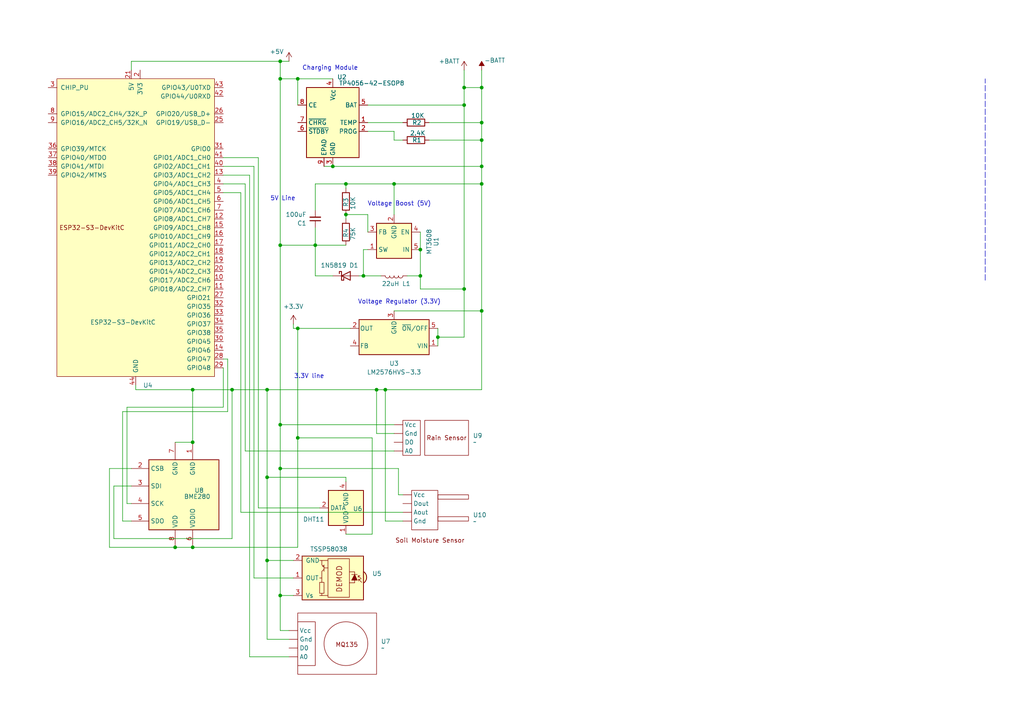
<source format=kicad_sch>
(kicad_sch
	(version 20250114)
	(generator "eeschema")
	(generator_version "9.0")
	(uuid "498fe18c-074e-4763-aae7-9f1d2ca48a8c")
	(paper "A4")
	(lib_symbols
		(symbol "Battery_Management:TP4056-42-ESOP8"
			(exclude_from_sim no)
			(in_bom yes)
			(on_board yes)
			(property "Reference" "U"
				(at -6.604 11.684 0)
				(effects
					(font
						(size 1.27 1.27)
					)
				)
			)
			(property "Value" "TP4056-42-ESOP8"
				(at 10.16 11.684 0)
				(effects
					(font
						(size 1.27 1.27)
					)
				)
			)
			(property "Footprint" "Package_SO:SOIC-8-1EP_3.9x4.9mm_P1.27mm_EP2.41x3.3mm_ThermalVias"
				(at 0.508 -22.86 0)
				(effects
					(font
						(size 1.27 1.27)
					)
					(hide yes)
				)
			)
			(property "Datasheet" "https://www.lcsc.com/datasheet/lcsc_datasheet_2410121619_TOPPOWER-Nanjing-Extension-Microelectronics-TP4056-42-ESOP8_C16581.pdf"
				(at 0 -25.4 0)
				(effects
					(font
						(size 1.27 1.27)
					)
					(hide yes)
				)
			)
			(property "Description" "1A Standalone Linear Li-ion/LiPo single-cell battery charger, 4.2V ±1% charge voltage, VCC = 4.0..8.0V, SOIC-8 (SOP-8)"
				(at 0.508 -20.32 0)
				(effects
					(font
						(size 1.27 1.27)
					)
					(hide yes)
				)
			)
			(property "ki_keywords" "lithium-ion lithium-polymer Li-Poly"
				(at 0 0 0)
				(effects
					(font
						(size 1.27 1.27)
					)
					(hide yes)
				)
			)
			(property "ki_fp_filters" "*SO*3.9x4.*P1.27mm*EP2.4*x3.3*mm*"
				(at 0 0 0)
				(effects
					(font
						(size 1.27 1.27)
					)
					(hide yes)
				)
			)
			(symbol "TP4056-42-ESOP8_1_0"
				(pin input line
					(at -10.16 5.08 0)
					(length 2.54)
					(name "CE"
						(effects
							(font
								(size 1.27 1.27)
							)
						)
					)
					(number "8"
						(effects
							(font
								(size 1.27 1.27)
							)
						)
					)
				)
				(pin open_collector line
					(at -10.16 0 0)
					(length 2.54)
					(name "~{CHRG}"
						(effects
							(font
								(size 1.27 1.27)
							)
						)
					)
					(number "7"
						(effects
							(font
								(size 1.27 1.27)
							)
						)
					)
				)
				(pin open_collector line
					(at -10.16 -2.54 0)
					(length 2.54)
					(name "~{STDBY}"
						(effects
							(font
								(size 1.27 1.27)
							)
						)
					)
					(number "6"
						(effects
							(font
								(size 1.27 1.27)
							)
						)
					)
				)
				(pin passive line
					(at -2.54 -12.7 90)
					(length 2.54)
					(name "EPAD"
						(effects
							(font
								(size 1.27 1.27)
							)
						)
					)
					(number "9"
						(effects
							(font
								(size 1.27 1.27)
							)
						)
					)
				)
				(pin power_in line
					(at 0 12.7 270)
					(length 2.54)
					(name "V_{CC}"
						(effects
							(font
								(size 1.27 1.27)
							)
						)
					)
					(number "4"
						(effects
							(font
								(size 1.27 1.27)
							)
						)
					)
				)
				(pin power_in line
					(at 0 -12.7 90)
					(length 2.54)
					(name "GND"
						(effects
							(font
								(size 1.27 1.27)
							)
						)
					)
					(number "3"
						(effects
							(font
								(size 1.27 1.27)
							)
						)
					)
				)
				(pin power_out line
					(at 10.16 5.08 180)
					(length 2.54)
					(name "BAT"
						(effects
							(font
								(size 1.27 1.27)
							)
						)
					)
					(number "5"
						(effects
							(font
								(size 1.27 1.27)
							)
						)
					)
				)
				(pin input line
					(at 10.16 0 180)
					(length 2.54)
					(name "TEMP"
						(effects
							(font
								(size 1.27 1.27)
							)
						)
					)
					(number "1"
						(effects
							(font
								(size 1.27 1.27)
							)
						)
					)
				)
				(pin passive line
					(at 10.16 -2.54 180)
					(length 2.54)
					(name "PROG"
						(effects
							(font
								(size 1.27 1.27)
							)
						)
					)
					(number "2"
						(effects
							(font
								(size 1.27 1.27)
							)
						)
					)
				)
			)
			(symbol "TP4056-42-ESOP8_1_1"
				(rectangle
					(start -7.62 10.16)
					(end 7.62 -10.16)
					(stroke
						(width 0.254)
						(type default)
					)
					(fill
						(type background)
					)
				)
			)
			(embedded_fonts no)
		)
		(symbol "Device:C_Small"
			(pin_numbers
				(hide yes)
			)
			(pin_names
				(offset 0.254)
				(hide yes)
			)
			(exclude_from_sim no)
			(in_bom yes)
			(on_board yes)
			(property "Reference" "C"
				(at 0.254 1.778 0)
				(effects
					(font
						(size 1.27 1.27)
					)
					(justify left)
				)
			)
			(property "Value" "C_Small"
				(at 0.254 -2.032 0)
				(effects
					(font
						(size 1.27 1.27)
					)
					(justify left)
				)
			)
			(property "Footprint" ""
				(at 0 0 0)
				(effects
					(font
						(size 1.27 1.27)
					)
					(hide yes)
				)
			)
			(property "Datasheet" "~"
				(at 0 0 0)
				(effects
					(font
						(size 1.27 1.27)
					)
					(hide yes)
				)
			)
			(property "Description" "Unpolarized capacitor, small symbol"
				(at 0 0 0)
				(effects
					(font
						(size 1.27 1.27)
					)
					(hide yes)
				)
			)
			(property "ki_keywords" "capacitor cap"
				(at 0 0 0)
				(effects
					(font
						(size 1.27 1.27)
					)
					(hide yes)
				)
			)
			(property "ki_fp_filters" "C_*"
				(at 0 0 0)
				(effects
					(font
						(size 1.27 1.27)
					)
					(hide yes)
				)
			)
			(symbol "C_Small_0_1"
				(polyline
					(pts
						(xy -1.524 0.508) (xy 1.524 0.508)
					)
					(stroke
						(width 0.3048)
						(type default)
					)
					(fill
						(type none)
					)
				)
				(polyline
					(pts
						(xy -1.524 -0.508) (xy 1.524 -0.508)
					)
					(stroke
						(width 0.3302)
						(type default)
					)
					(fill
						(type none)
					)
				)
			)
			(symbol "C_Small_1_1"
				(pin passive line
					(at 0 2.54 270)
					(length 2.032)
					(name "~"
						(effects
							(font
								(size 1.27 1.27)
							)
						)
					)
					(number "1"
						(effects
							(font
								(size 1.27 1.27)
							)
						)
					)
				)
				(pin passive line
					(at 0 -2.54 90)
					(length 2.032)
					(name "~"
						(effects
							(font
								(size 1.27 1.27)
							)
						)
					)
					(number "2"
						(effects
							(font
								(size 1.27 1.27)
							)
						)
					)
				)
			)
			(embedded_fonts no)
		)
		(symbol "Device:L"
			(pin_numbers
				(hide yes)
			)
			(pin_names
				(offset 1.016)
				(hide yes)
			)
			(exclude_from_sim no)
			(in_bom yes)
			(on_board yes)
			(property "Reference" "L"
				(at -1.27 0 90)
				(effects
					(font
						(size 1.27 1.27)
					)
				)
			)
			(property "Value" "L"
				(at 1.905 0 90)
				(effects
					(font
						(size 1.27 1.27)
					)
				)
			)
			(property "Footprint" ""
				(at 0 0 0)
				(effects
					(font
						(size 1.27 1.27)
					)
					(hide yes)
				)
			)
			(property "Datasheet" "~"
				(at 0 0 0)
				(effects
					(font
						(size 1.27 1.27)
					)
					(hide yes)
				)
			)
			(property "Description" "Inductor"
				(at 0 0 0)
				(effects
					(font
						(size 1.27 1.27)
					)
					(hide yes)
				)
			)
			(property "ki_keywords" "inductor choke coil reactor magnetic"
				(at 0 0 0)
				(effects
					(font
						(size 1.27 1.27)
					)
					(hide yes)
				)
			)
			(property "ki_fp_filters" "Choke_* *Coil* Inductor_* L_*"
				(at 0 0 0)
				(effects
					(font
						(size 1.27 1.27)
					)
					(hide yes)
				)
			)
			(symbol "L_0_1"
				(arc
					(start 0 2.54)
					(mid 0.6323 1.905)
					(end 0 1.27)
					(stroke
						(width 0)
						(type default)
					)
					(fill
						(type none)
					)
				)
				(arc
					(start 0 1.27)
					(mid 0.6323 0.635)
					(end 0 0)
					(stroke
						(width 0)
						(type default)
					)
					(fill
						(type none)
					)
				)
				(arc
					(start 0 0)
					(mid 0.6323 -0.635)
					(end 0 -1.27)
					(stroke
						(width 0)
						(type default)
					)
					(fill
						(type none)
					)
				)
				(arc
					(start 0 -1.27)
					(mid 0.6323 -1.905)
					(end 0 -2.54)
					(stroke
						(width 0)
						(type default)
					)
					(fill
						(type none)
					)
				)
			)
			(symbol "L_1_1"
				(pin passive line
					(at 0 3.81 270)
					(length 1.27)
					(name "1"
						(effects
							(font
								(size 1.27 1.27)
							)
						)
					)
					(number "1"
						(effects
							(font
								(size 1.27 1.27)
							)
						)
					)
				)
				(pin passive line
					(at 0 -3.81 90)
					(length 1.27)
					(name "2"
						(effects
							(font
								(size 1.27 1.27)
							)
						)
					)
					(number "2"
						(effects
							(font
								(size 1.27 1.27)
							)
						)
					)
				)
			)
			(embedded_fonts no)
		)
		(symbol "Device:R"
			(pin_numbers
				(hide yes)
			)
			(pin_names
				(offset 0)
			)
			(exclude_from_sim no)
			(in_bom yes)
			(on_board yes)
			(property "Reference" "R"
				(at 2.032 0 90)
				(effects
					(font
						(size 1.27 1.27)
					)
				)
			)
			(property "Value" "R"
				(at 0 0 90)
				(effects
					(font
						(size 1.27 1.27)
					)
				)
			)
			(property "Footprint" ""
				(at -1.778 0 90)
				(effects
					(font
						(size 1.27 1.27)
					)
					(hide yes)
				)
			)
			(property "Datasheet" "~"
				(at 0 0 0)
				(effects
					(font
						(size 1.27 1.27)
					)
					(hide yes)
				)
			)
			(property "Description" "Resistor"
				(at 0 0 0)
				(effects
					(font
						(size 1.27 1.27)
					)
					(hide yes)
				)
			)
			(property "ki_keywords" "R res resistor"
				(at 0 0 0)
				(effects
					(font
						(size 1.27 1.27)
					)
					(hide yes)
				)
			)
			(property "ki_fp_filters" "R_*"
				(at 0 0 0)
				(effects
					(font
						(size 1.27 1.27)
					)
					(hide yes)
				)
			)
			(symbol "R_0_1"
				(rectangle
					(start -1.016 -2.54)
					(end 1.016 2.54)
					(stroke
						(width 0.254)
						(type default)
					)
					(fill
						(type none)
					)
				)
			)
			(symbol "R_1_1"
				(pin passive line
					(at 0 3.81 270)
					(length 1.27)
					(name "~"
						(effects
							(font
								(size 1.27 1.27)
							)
						)
					)
					(number "1"
						(effects
							(font
								(size 1.27 1.27)
							)
						)
					)
				)
				(pin passive line
					(at 0 -3.81 90)
					(length 1.27)
					(name "~"
						(effects
							(font
								(size 1.27 1.27)
							)
						)
					)
					(number "2"
						(effects
							(font
								(size 1.27 1.27)
							)
						)
					)
				)
			)
			(embedded_fonts no)
		)
		(symbol "Diode:1N5819"
			(pin_numbers
				(hide yes)
			)
			(pin_names
				(offset 1.016)
				(hide yes)
			)
			(exclude_from_sim no)
			(in_bom yes)
			(on_board yes)
			(property "Reference" "D"
				(at 0 2.54 0)
				(effects
					(font
						(size 1.27 1.27)
					)
				)
			)
			(property "Value" "1N5819"
				(at 0 -2.54 0)
				(effects
					(font
						(size 1.27 1.27)
					)
				)
			)
			(property "Footprint" "Diode_THT:D_DO-41_SOD81_P10.16mm_Horizontal"
				(at 0 -4.445 0)
				(effects
					(font
						(size 1.27 1.27)
					)
					(hide yes)
				)
			)
			(property "Datasheet" "http://www.vishay.com/docs/88525/1n5817.pdf"
				(at 0 0 0)
				(effects
					(font
						(size 1.27 1.27)
					)
					(hide yes)
				)
			)
			(property "Description" "40V 1A Schottky Barrier Rectifier Diode, DO-41"
				(at 0 0 0)
				(effects
					(font
						(size 1.27 1.27)
					)
					(hide yes)
				)
			)
			(property "ki_keywords" "diode Schottky"
				(at 0 0 0)
				(effects
					(font
						(size 1.27 1.27)
					)
					(hide yes)
				)
			)
			(property "ki_fp_filters" "D*DO?41*"
				(at 0 0 0)
				(effects
					(font
						(size 1.27 1.27)
					)
					(hide yes)
				)
			)
			(symbol "1N5819_0_1"
				(polyline
					(pts
						(xy -1.905 0.635) (xy -1.905 1.27) (xy -1.27 1.27) (xy -1.27 -1.27) (xy -0.635 -1.27) (xy -0.635 -0.635)
					)
					(stroke
						(width 0.254)
						(type default)
					)
					(fill
						(type none)
					)
				)
				(polyline
					(pts
						(xy 1.27 1.27) (xy 1.27 -1.27) (xy -1.27 0) (xy 1.27 1.27)
					)
					(stroke
						(width 0.254)
						(type default)
					)
					(fill
						(type none)
					)
				)
				(polyline
					(pts
						(xy 1.27 0) (xy -1.27 0)
					)
					(stroke
						(width 0)
						(type default)
					)
					(fill
						(type none)
					)
				)
			)
			(symbol "1N5819_1_1"
				(pin passive line
					(at -3.81 0 0)
					(length 2.54)
					(name "K"
						(effects
							(font
								(size 1.27 1.27)
							)
						)
					)
					(number "1"
						(effects
							(font
								(size 1.27 1.27)
							)
						)
					)
				)
				(pin passive line
					(at 3.81 0 180)
					(length 2.54)
					(name "A"
						(effects
							(font
								(size 1.27 1.27)
							)
						)
					)
					(number "2"
						(effects
							(font
								(size 1.27 1.27)
							)
						)
					)
				)
			)
			(embedded_fonts no)
		)
		(symbol "PCM_Espressif:ESP32-S3-DevKitC"
			(pin_names
				(offset 1.016)
			)
			(exclude_from_sim no)
			(in_bom yes)
			(on_board yes)
			(property "Reference" "U"
				(at -22.86 48.26 0)
				(effects
					(font
						(size 1.27 1.27)
					)
					(justify left)
				)
			)
			(property "Value" "ESP32-S3-DevKitC"
				(at -22.86 45.72 0)
				(effects
					(font
						(size 1.27 1.27)
					)
					(justify left)
				)
			)
			(property "Footprint" "PCM_Espressif:ESP32-S3-DevKitC"
				(at 0 -57.15 0)
				(effects
					(font
						(size 1.27 1.27)
					)
					(hide yes)
				)
			)
			(property "Datasheet" ""
				(at -59.69 -2.54 0)
				(effects
					(font
						(size 1.27 1.27)
					)
					(hide yes)
				)
			)
			(property "Description" "ESP32-S3-DevKitC"
				(at 0 0 0)
				(effects
					(font
						(size 1.27 1.27)
					)
					(hide yes)
				)
			)
			(symbol "ESP32-S3-DevKitC_0_0"
				(text "ESP32-S3-DevKitC"
					(at -12.7 0 0)
					(effects
						(font
							(size 1.27 1.27)
						)
					)
				)
				(pin bidirectional line
					(at -25.4 15.24 0)
					(length 2.54)
					(name "GPIO42/MTMS"
						(effects
							(font
								(size 1.27 1.27)
							)
						)
					)
					(number "39"
						(effects
							(font
								(size 1.27 1.27)
							)
						)
					)
				)
				(pin power_in line
					(at 0 -45.72 90)
					(length 2.54)
					(name "GND"
						(effects
							(font
								(size 1.27 1.27)
							)
						)
					)
					(number "44"
						(effects
							(font
								(size 1.27 1.27)
							)
						)
					)
				)
				(pin bidirectional line
					(at 25.4 40.64 180)
					(length 2.54)
					(name "GPIO43/U0TXD"
						(effects
							(font
								(size 1.27 1.27)
							)
						)
					)
					(number "43"
						(effects
							(font
								(size 1.27 1.27)
							)
						)
					)
				)
				(pin bidirectional line
					(at 25.4 38.1 180)
					(length 2.54)
					(name "GPIO44/U0RXD"
						(effects
							(font
								(size 1.27 1.27)
							)
						)
					)
					(number "42"
						(effects
							(font
								(size 1.27 1.27)
							)
						)
					)
				)
				(pin bidirectional line
					(at 25.4 20.32 180)
					(length 2.54)
					(name "GPIO1/ADC1_CH0"
						(effects
							(font
								(size 1.27 1.27)
							)
						)
					)
					(number "41"
						(effects
							(font
								(size 1.27 1.27)
							)
						)
					)
				)
				(pin bidirectional line
					(at 25.4 17.78 180)
					(length 2.54)
					(name "GPIO2/ADC1_CH1"
						(effects
							(font
								(size 1.27 1.27)
							)
						)
					)
					(number "40"
						(effects
							(font
								(size 1.27 1.27)
							)
						)
					)
				)
				(pin bidirectional line
					(at 25.4 -10.16 180)
					(length 2.54)
					(name "GPIO13/ADC2_CH2"
						(effects
							(font
								(size 1.27 1.27)
							)
						)
					)
					(number "19"
						(effects
							(font
								(size 1.27 1.27)
							)
						)
					)
				)
				(pin bidirectional line
					(at 25.4 -35.56 180)
					(length 2.54)
					(name "GPIO46"
						(effects
							(font
								(size 1.27 1.27)
							)
						)
					)
					(number "14"
						(effects
							(font
								(size 1.27 1.27)
							)
						)
					)
				)
			)
			(symbol "ESP32-S3-DevKitC_0_1"
				(rectangle
					(start -22.86 43.18)
					(end 22.86 -43.18)
					(stroke
						(width 0)
						(type default)
					)
					(fill
						(type background)
					)
				)
				(pin power_in line
					(at 1.27 45.72 270)
					(length 2.54)
					(name "3V3"
						(effects
							(font
								(size 1.27 1.27)
							)
						)
					)
					(number "2"
						(effects
							(font
								(size 1.27 1.27)
							)
						)
					)
				)
			)
			(symbol "ESP32-S3-DevKitC_1_1"
				(pin input line
					(at -25.4 40.64 0)
					(length 2.54)
					(name "CHIP_PU"
						(effects
							(font
								(size 1.27 1.27)
							)
						)
					)
					(number "3"
						(effects
							(font
								(size 1.27 1.27)
							)
						)
					)
				)
				(pin bidirectional line
					(at -25.4 33.02 0)
					(length 2.54)
					(name "GPIO15/ADC2_CH4/32K_P"
						(effects
							(font
								(size 1.27 1.27)
							)
						)
					)
					(number "8"
						(effects
							(font
								(size 1.27 1.27)
							)
						)
					)
				)
				(pin bidirectional line
					(at -25.4 30.48 0)
					(length 2.54)
					(name "GPIO16/ADC2_CH5/32K_N"
						(effects
							(font
								(size 1.27 1.27)
							)
						)
					)
					(number "9"
						(effects
							(font
								(size 1.27 1.27)
							)
						)
					)
				)
				(pin bidirectional line
					(at -25.4 22.86 0)
					(length 2.54)
					(name "GPIO39/MTCK"
						(effects
							(font
								(size 1.27 1.27)
							)
						)
					)
					(number "36"
						(effects
							(font
								(size 1.27 1.27)
							)
						)
					)
				)
				(pin bidirectional line
					(at -25.4 20.32 0)
					(length 2.54)
					(name "GPIO40/MTDO"
						(effects
							(font
								(size 1.27 1.27)
							)
						)
					)
					(number "37"
						(effects
							(font
								(size 1.27 1.27)
							)
						)
					)
				)
				(pin bidirectional line
					(at -25.4 17.78 0)
					(length 2.54)
					(name "GPIO41/MTDI"
						(effects
							(font
								(size 1.27 1.27)
							)
						)
					)
					(number "38"
						(effects
							(font
								(size 1.27 1.27)
							)
						)
					)
				)
				(pin power_in line
					(at -1.27 45.72 270)
					(length 2.54)
					(name "5V"
						(effects
							(font
								(size 1.27 1.27)
							)
						)
					)
					(number "21"
						(effects
							(font
								(size 1.27 1.27)
							)
						)
					)
				)
				(pin passive line
					(at 0 -45.72 90)
					(length 2.54)
					(hide yes)
					(name "GND"
						(effects
							(font
								(size 1.27 1.27)
							)
						)
					)
					(number "22"
						(effects
							(font
								(size 1.27 1.27)
							)
						)
					)
				)
				(pin passive line
					(at 0 -45.72 90)
					(length 2.54)
					(hide yes)
					(name "GND"
						(effects
							(font
								(size 1.27 1.27)
							)
						)
					)
					(number "23"
						(effects
							(font
								(size 1.27 1.27)
							)
						)
					)
				)
				(pin passive line
					(at 0 -45.72 90)
					(length 2.54)
					(hide yes)
					(name "GND"
						(effects
							(font
								(size 1.27 1.27)
							)
						)
					)
					(number "24"
						(effects
							(font
								(size 1.27 1.27)
							)
						)
					)
				)
				(pin passive line
					(at 1.27 45.72 270)
					(length 2.54)
					(hide yes)
					(name "3V3"
						(effects
							(font
								(size 1.27 1.27)
							)
						)
					)
					(number "1"
						(effects
							(font
								(size 1.27 1.27)
							)
						)
					)
				)
				(pin bidirectional line
					(at 25.4 33.02 180)
					(length 2.54)
					(name "GPIO20/USB_D+"
						(effects
							(font
								(size 1.27 1.27)
							)
						)
					)
					(number "26"
						(effects
							(font
								(size 1.27 1.27)
							)
						)
					)
				)
				(pin bidirectional line
					(at 25.4 30.48 180)
					(length 2.54)
					(name "GPIO19/USB_D-"
						(effects
							(font
								(size 1.27 1.27)
							)
						)
					)
					(number "25"
						(effects
							(font
								(size 1.27 1.27)
							)
						)
					)
				)
				(pin bidirectional line
					(at 25.4 22.86 180)
					(length 2.54)
					(name "GPIO0"
						(effects
							(font
								(size 1.27 1.27)
							)
						)
					)
					(number "31"
						(effects
							(font
								(size 1.27 1.27)
							)
						)
					)
				)
				(pin bidirectional line
					(at 25.4 15.24 180)
					(length 2.54)
					(name "GPIO3/ADC1_CH2"
						(effects
							(font
								(size 1.27 1.27)
							)
						)
					)
					(number "13"
						(effects
							(font
								(size 1.27 1.27)
							)
						)
					)
				)
				(pin bidirectional line
					(at 25.4 12.7 180)
					(length 2.54)
					(name "GPIO4/ADC1_CH3"
						(effects
							(font
								(size 1.27 1.27)
							)
						)
					)
					(number "4"
						(effects
							(font
								(size 1.27 1.27)
							)
						)
					)
				)
				(pin bidirectional line
					(at 25.4 10.16 180)
					(length 2.54)
					(name "GPIO5/ADC1_CH4"
						(effects
							(font
								(size 1.27 1.27)
							)
						)
					)
					(number "5"
						(effects
							(font
								(size 1.27 1.27)
							)
						)
					)
				)
				(pin bidirectional line
					(at 25.4 7.62 180)
					(length 2.54)
					(name "GPIO6/ADC1_CH5"
						(effects
							(font
								(size 1.27 1.27)
							)
						)
					)
					(number "6"
						(effects
							(font
								(size 1.27 1.27)
							)
						)
					)
				)
				(pin bidirectional line
					(at 25.4 5.08 180)
					(length 2.54)
					(name "GPIO7/ADC1_CH6"
						(effects
							(font
								(size 1.27 1.27)
							)
						)
					)
					(number "7"
						(effects
							(font
								(size 1.27 1.27)
							)
						)
					)
				)
				(pin bidirectional line
					(at 25.4 2.54 180)
					(length 2.54)
					(name "GPIO8/ADC1_CH7"
						(effects
							(font
								(size 1.27 1.27)
							)
						)
					)
					(number "12"
						(effects
							(font
								(size 1.27 1.27)
							)
						)
					)
				)
				(pin bidirectional line
					(at 25.4 0 180)
					(length 2.54)
					(name "GPIO9/ADC1_CH8"
						(effects
							(font
								(size 1.27 1.27)
							)
						)
					)
					(number "15"
						(effects
							(font
								(size 1.27 1.27)
							)
						)
					)
				)
				(pin bidirectional line
					(at 25.4 -2.54 180)
					(length 2.54)
					(name "GPIO10/ADC1_CH9"
						(effects
							(font
								(size 1.27 1.27)
							)
						)
					)
					(number "16"
						(effects
							(font
								(size 1.27 1.27)
							)
						)
					)
				)
				(pin bidirectional line
					(at 25.4 -5.08 180)
					(length 2.54)
					(name "GPIO11/ADC2_CH0"
						(effects
							(font
								(size 1.27 1.27)
							)
						)
					)
					(number "17"
						(effects
							(font
								(size 1.27 1.27)
							)
						)
					)
				)
				(pin bidirectional line
					(at 25.4 -7.62 180)
					(length 2.54)
					(name "GPIO12/ADC2_CH1"
						(effects
							(font
								(size 1.27 1.27)
							)
						)
					)
					(number "18"
						(effects
							(font
								(size 1.27 1.27)
							)
						)
					)
				)
				(pin bidirectional line
					(at 25.4 -12.7 180)
					(length 2.54)
					(name "GPIO14/ADC2_CH3"
						(effects
							(font
								(size 1.27 1.27)
							)
						)
					)
					(number "20"
						(effects
							(font
								(size 1.27 1.27)
							)
						)
					)
				)
				(pin bidirectional line
					(at 25.4 -15.24 180)
					(length 2.54)
					(name "GPIO17/ADC2_CH6"
						(effects
							(font
								(size 1.27 1.27)
							)
						)
					)
					(number "10"
						(effects
							(font
								(size 1.27 1.27)
							)
						)
					)
				)
				(pin bidirectional line
					(at 25.4 -17.78 180)
					(length 2.54)
					(name "GPIO18/ADC2_CH7"
						(effects
							(font
								(size 1.27 1.27)
							)
						)
					)
					(number "11"
						(effects
							(font
								(size 1.27 1.27)
							)
						)
					)
				)
				(pin bidirectional line
					(at 25.4 -20.32 180)
					(length 2.54)
					(name "GPIO21"
						(effects
							(font
								(size 1.27 1.27)
							)
						)
					)
					(number "27"
						(effects
							(font
								(size 1.27 1.27)
							)
						)
					)
				)
				(pin bidirectional line
					(at 25.4 -22.86 180)
					(length 2.54)
					(name "GPIO35"
						(effects
							(font
								(size 1.27 1.27)
							)
						)
					)
					(number "32"
						(effects
							(font
								(size 1.27 1.27)
							)
						)
					)
				)
				(pin bidirectional line
					(at 25.4 -25.4 180)
					(length 2.54)
					(name "GPIO36"
						(effects
							(font
								(size 1.27 1.27)
							)
						)
					)
					(number "33"
						(effects
							(font
								(size 1.27 1.27)
							)
						)
					)
				)
				(pin bidirectional line
					(at 25.4 -27.94 180)
					(length 2.54)
					(name "GPIO37"
						(effects
							(font
								(size 1.27 1.27)
							)
						)
					)
					(number "34"
						(effects
							(font
								(size 1.27 1.27)
							)
						)
					)
				)
				(pin bidirectional line
					(at 25.4 -30.48 180)
					(length 2.54)
					(name "GPIO38"
						(effects
							(font
								(size 1.27 1.27)
							)
						)
					)
					(number "35"
						(effects
							(font
								(size 1.27 1.27)
							)
						)
					)
				)
				(pin bidirectional line
					(at 25.4 -33.02 180)
					(length 2.54)
					(name "GPIO45"
						(effects
							(font
								(size 1.27 1.27)
							)
						)
					)
					(number "30"
						(effects
							(font
								(size 1.27 1.27)
							)
						)
					)
				)
				(pin bidirectional line
					(at 25.4 -38.1 180)
					(length 2.54)
					(name "GPIO47"
						(effects
							(font
								(size 1.27 1.27)
							)
						)
					)
					(number "28"
						(effects
							(font
								(size 1.27 1.27)
							)
						)
					)
				)
				(pin bidirectional line
					(at 25.4 -40.64 180)
					(length 2.54)
					(name "GPIO48"
						(effects
							(font
								(size 1.27 1.27)
							)
						)
					)
					(number "29"
						(effects
							(font
								(size 1.27 1.27)
							)
						)
					)
				)
			)
			(embedded_fonts no)
		)
		(symbol "Regulator_Switching:LM2576HVS-3.3"
			(pin_names
				(offset 0.254)
			)
			(exclude_from_sim no)
			(in_bom yes)
			(on_board yes)
			(property "Reference" "U"
				(at -10.16 6.35 0)
				(effects
					(font
						(size 1.27 1.27)
					)
					(justify left)
				)
			)
			(property "Value" "LM2576HVS-3.3"
				(at 0 6.35 0)
				(effects
					(font
						(size 1.27 1.27)
					)
					(justify left)
				)
			)
			(property "Footprint" "Package_TO_SOT_SMD:TO-263-5_TabPin3"
				(at 0 -6.35 0)
				(effects
					(font
						(size 1.27 1.27)
						(italic yes)
					)
					(justify left)
					(hide yes)
				)
			)
			(property "Datasheet" "http://www.ti.com/lit/ds/symlink/lm2576.pdf"
				(at 0 0 0)
				(effects
					(font
						(size 1.27 1.27)
					)
					(hide yes)
				)
			)
			(property "Description" "3.3V, 3A, SIMPLE SWITCHER® Step-Down Voltage Regulator, High Voltage Input, TO-263"
				(at 0 0 0)
				(effects
					(font
						(size 1.27 1.27)
					)
					(hide yes)
				)
			)
			(property "ki_keywords" "Step-Down Voltage Regulator 3.3V 3A High Voltage"
				(at 0 0 0)
				(effects
					(font
						(size 1.27 1.27)
					)
					(hide yes)
				)
			)
			(property "ki_fp_filters" "TO?263*"
				(at 0 0 0)
				(effects
					(font
						(size 1.27 1.27)
					)
					(hide yes)
				)
			)
			(symbol "LM2576HVS-3.3_0_1"
				(rectangle
					(start -10.16 5.08)
					(end 10.16 -5.08)
					(stroke
						(width 0.254)
						(type default)
					)
					(fill
						(type background)
					)
				)
			)
			(symbol "LM2576HVS-3.3_1_1"
				(pin power_in line
					(at -12.7 2.54 0)
					(length 2.54)
					(name "VIN"
						(effects
							(font
								(size 1.27 1.27)
							)
						)
					)
					(number "1"
						(effects
							(font
								(size 1.27 1.27)
							)
						)
					)
				)
				(pin input line
					(at -12.7 -2.54 0)
					(length 2.54)
					(name "~{ON}/OFF"
						(effects
							(font
								(size 1.27 1.27)
							)
						)
					)
					(number "5"
						(effects
							(font
								(size 1.27 1.27)
							)
						)
					)
				)
				(pin power_in line
					(at 0 -7.62 90)
					(length 2.54)
					(name "GND"
						(effects
							(font
								(size 1.27 1.27)
							)
						)
					)
					(number "3"
						(effects
							(font
								(size 1.27 1.27)
							)
						)
					)
				)
				(pin input line
					(at 12.7 2.54 180)
					(length 2.54)
					(name "FB"
						(effects
							(font
								(size 1.27 1.27)
							)
						)
					)
					(number "4"
						(effects
							(font
								(size 1.27 1.27)
							)
						)
					)
				)
				(pin output line
					(at 12.7 -2.54 180)
					(length 2.54)
					(name "OUT"
						(effects
							(font
								(size 1.27 1.27)
							)
						)
					)
					(number "2"
						(effects
							(font
								(size 1.27 1.27)
							)
						)
					)
				)
			)
			(embedded_fonts no)
		)
		(symbol "Regulator_Switching:MT3608"
			(exclude_from_sim no)
			(in_bom yes)
			(on_board yes)
			(property "Reference" "U"
				(at -2.54 8.89 0)
				(effects
					(font
						(size 1.27 1.27)
					)
					(justify left)
				)
			)
			(property "Value" "MT3608"
				(at -3.81 6.35 0)
				(effects
					(font
						(size 1.27 1.27)
					)
					(justify left)
				)
			)
			(property "Footprint" "Package_TO_SOT_SMD:SOT-23-6"
				(at 1.27 -6.35 0)
				(effects
					(font
						(size 1.27 1.27)
						(italic yes)
					)
					(justify left)
					(hide yes)
				)
			)
			(property "Datasheet" "https://www.olimex.com/Products/Breadboarding/BB-PWR-3608/resources/MT3608.pdf"
				(at -6.35 11.43 0)
				(effects
					(font
						(size 1.27 1.27)
					)
					(hide yes)
				)
			)
			(property "Description" "High Efficiency 1.2MHz 2A Step Up Converter, 2-24V Vin, 28V Vout, 4A current limit, 1.2MHz, SOT23-6"
				(at 0 0 0)
				(effects
					(font
						(size 1.27 1.27)
					)
					(hide yes)
				)
			)
			(property "ki_keywords" "Step-Up Boost DC-DC Regulator Adjustable"
				(at 0 0 0)
				(effects
					(font
						(size 1.27 1.27)
					)
					(hide yes)
				)
			)
			(property "ki_fp_filters" "SOT*23*"
				(at 0 0 0)
				(effects
					(font
						(size 1.27 1.27)
					)
					(hide yes)
				)
			)
			(symbol "MT3608_0_1"
				(rectangle
					(start -5.08 5.08)
					(end 5.08 -5.08)
					(stroke
						(width 0.254)
						(type default)
					)
					(fill
						(type background)
					)
				)
			)
			(symbol "MT3608_1_1"
				(pin power_in line
					(at -7.62 2.54 0)
					(length 2.54)
					(name "IN"
						(effects
							(font
								(size 1.27 1.27)
							)
						)
					)
					(number "5"
						(effects
							(font
								(size 1.27 1.27)
							)
						)
					)
				)
				(pin input line
					(at -7.62 -2.54 0)
					(length 2.54)
					(name "EN"
						(effects
							(font
								(size 1.27 1.27)
							)
						)
					)
					(number "4"
						(effects
							(font
								(size 1.27 1.27)
							)
						)
					)
				)
				(pin power_in line
					(at 0 -7.62 90)
					(length 2.54)
					(name "GND"
						(effects
							(font
								(size 1.27 1.27)
							)
						)
					)
					(number "2"
						(effects
							(font
								(size 1.27 1.27)
							)
						)
					)
				)
				(pin no_connect line
					(at 5.08 0 180)
					(length 2.54)
					(hide yes)
					(name "NC"
						(effects
							(font
								(size 1.27 1.27)
							)
						)
					)
					(number "6"
						(effects
							(font
								(size 1.27 1.27)
							)
						)
					)
				)
				(pin passive line
					(at 7.62 2.54 180)
					(length 2.54)
					(name "SW"
						(effects
							(font
								(size 1.27 1.27)
							)
						)
					)
					(number "1"
						(effects
							(font
								(size 1.27 1.27)
							)
						)
					)
				)
				(pin input line
					(at 7.62 -2.54 180)
					(length 2.54)
					(name "FB"
						(effects
							(font
								(size 1.27 1.27)
							)
						)
					)
					(number "3"
						(effects
							(font
								(size 1.27 1.27)
							)
						)
					)
				)
			)
			(embedded_fonts no)
		)
		(symbol "Sensor:BME280"
			(exclude_from_sim no)
			(in_bom yes)
			(on_board yes)
			(property "Reference" "U"
				(at -8.89 11.43 0)
				(effects
					(font
						(size 1.27 1.27)
					)
				)
			)
			(property "Value" "BME280"
				(at 7.62 11.43 0)
				(effects
					(font
						(size 1.27 1.27)
					)
				)
			)
			(property "Footprint" "Package_LGA:Bosch_LGA-8_2.5x2.5mm_P0.65mm_ClockwisePinNumbering"
				(at 38.1 -11.43 0)
				(effects
					(font
						(size 1.27 1.27)
					)
					(hide yes)
				)
			)
			(property "Datasheet" "https://www.bosch-sensortec.com/media/boschsensortec/downloads/datasheets/bst-bme280-ds002.pdf"
				(at 0 -5.08 0)
				(effects
					(font
						(size 1.27 1.27)
					)
					(hide yes)
				)
			)
			(property "Description" "3-in-1 sensor, humidity, pressure, temperature, I2C and SPI interface, 1.71-3.6V, LGA-8"
				(at 0 0 0)
				(effects
					(font
						(size 1.27 1.27)
					)
					(hide yes)
				)
			)
			(property "ki_keywords" "Bosch pressure humidity temperature environment environmental measurement digital"
				(at 0 0 0)
				(effects
					(font
						(size 1.27 1.27)
					)
					(hide yes)
				)
			)
			(property "ki_fp_filters" "*LGA*2.5x2.5mm*P0.65mm*Clockwise*"
				(at 0 0 0)
				(effects
					(font
						(size 1.27 1.27)
					)
					(hide yes)
				)
			)
			(symbol "BME280_0_1"
				(rectangle
					(start -10.16 10.16)
					(end 10.16 -10.16)
					(stroke
						(width 0.254)
						(type default)
					)
					(fill
						(type background)
					)
				)
			)
			(symbol "BME280_1_1"
				(pin power_in line
					(at -2.54 15.24 270)
					(length 5.08)
					(name "VDDIO"
						(effects
							(font
								(size 1.27 1.27)
							)
						)
					)
					(number "6"
						(effects
							(font
								(size 1.27 1.27)
							)
						)
					)
				)
				(pin power_in line
					(at -2.54 -15.24 90)
					(length 5.08)
					(name "GND"
						(effects
							(font
								(size 1.27 1.27)
							)
						)
					)
					(number "1"
						(effects
							(font
								(size 1.27 1.27)
							)
						)
					)
				)
				(pin power_in line
					(at 2.54 15.24 270)
					(length 5.08)
					(name "VDD"
						(effects
							(font
								(size 1.27 1.27)
							)
						)
					)
					(number "8"
						(effects
							(font
								(size 1.27 1.27)
							)
						)
					)
				)
				(pin power_in line
					(at 2.54 -15.24 90)
					(length 5.08)
					(name "GND"
						(effects
							(font
								(size 1.27 1.27)
							)
						)
					)
					(number "7"
						(effects
							(font
								(size 1.27 1.27)
							)
						)
					)
				)
				(pin bidirectional line
					(at 15.24 7.62 180)
					(length 5.08)
					(name "SDO"
						(effects
							(font
								(size 1.27 1.27)
							)
						)
					)
					(number "5"
						(effects
							(font
								(size 1.27 1.27)
							)
						)
					)
				)
				(pin input line
					(at 15.24 2.54 180)
					(length 5.08)
					(name "SCK"
						(effects
							(font
								(size 1.27 1.27)
							)
						)
					)
					(number "4"
						(effects
							(font
								(size 1.27 1.27)
							)
						)
					)
				)
				(pin bidirectional line
					(at 15.24 -2.54 180)
					(length 5.08)
					(name "SDI"
						(effects
							(font
								(size 1.27 1.27)
							)
						)
					)
					(number "3"
						(effects
							(font
								(size 1.27 1.27)
							)
						)
					)
				)
				(pin input line
					(at 15.24 -7.62 180)
					(length 5.08)
					(name "CSB"
						(effects
							(font
								(size 1.27 1.27)
							)
						)
					)
					(number "2"
						(effects
							(font
								(size 1.27 1.27)
							)
						)
					)
				)
			)
			(embedded_fonts no)
		)
		(symbol "Sensor:DHT11"
			(exclude_from_sim no)
			(in_bom yes)
			(on_board yes)
			(property "Reference" "U"
				(at -3.81 6.35 0)
				(effects
					(font
						(size 1.27 1.27)
					)
				)
			)
			(property "Value" "DHT11"
				(at 3.81 6.35 0)
				(effects
					(font
						(size 1.27 1.27)
					)
				)
			)
			(property "Footprint" "Sensor:Aosong_DHT11_5.5x12.0_P2.54mm"
				(at 0 -10.16 0)
				(effects
					(font
						(size 1.27 1.27)
					)
					(hide yes)
				)
			)
			(property "Datasheet" "http://akizukidenshi.com/download/ds/aosong/DHT11.pdf"
				(at 3.81 6.35 0)
				(effects
					(font
						(size 1.27 1.27)
					)
					(hide yes)
				)
			)
			(property "Description" "3.3V to 5.5V, temperature and humidity module, DHT11"
				(at 0 0 0)
				(effects
					(font
						(size 1.27 1.27)
					)
					(hide yes)
				)
			)
			(property "ki_keywords" "digital sensor"
				(at 0 0 0)
				(effects
					(font
						(size 1.27 1.27)
					)
					(hide yes)
				)
			)
			(property "ki_fp_filters" "Aosong*DHT11*5.5x12.0*P2.54mm*"
				(at 0 0 0)
				(effects
					(font
						(size 1.27 1.27)
					)
					(hide yes)
				)
			)
			(symbol "DHT11_0_1"
				(rectangle
					(start -5.08 5.08)
					(end 5.08 -5.08)
					(stroke
						(width 0.254)
						(type default)
					)
					(fill
						(type background)
					)
				)
			)
			(symbol "DHT11_1_1"
				(pin no_connect line
					(at -5.08 0 0)
					(length 2.54)
					(hide yes)
					(name "NC"
						(effects
							(font
								(size 1.27 1.27)
							)
						)
					)
					(number "3"
						(effects
							(font
								(size 1.27 1.27)
							)
						)
					)
				)
				(pin power_in line
					(at 0 7.62 270)
					(length 2.54)
					(name "VDD"
						(effects
							(font
								(size 1.27 1.27)
							)
						)
					)
					(number "1"
						(effects
							(font
								(size 1.27 1.27)
							)
						)
					)
				)
				(pin power_in line
					(at 0 -7.62 90)
					(length 2.54)
					(name "GND"
						(effects
							(font
								(size 1.27 1.27)
							)
						)
					)
					(number "4"
						(effects
							(font
								(size 1.27 1.27)
							)
						)
					)
				)
				(pin bidirectional line
					(at 7.62 0 180)
					(length 2.54)
					(name "DATA"
						(effects
							(font
								(size 1.27 1.27)
							)
						)
					)
					(number "2"
						(effects
							(font
								(size 1.27 1.27)
							)
						)
					)
				)
			)
			(embedded_fonts no)
		)
		(symbol "Sensor_Proximity:TSSP58038"
			(pin_names
				(offset 1.016)
			)
			(exclude_from_sim no)
			(in_bom yes)
			(on_board yes)
			(property "Reference" "U"
				(at -10.16 7.62 0)
				(effects
					(font
						(size 1.27 1.27)
					)
					(justify left)
				)
			)
			(property "Value" "TSSP58038"
				(at -10.16 -7.62 0)
				(effects
					(font
						(size 1.27 1.27)
					)
					(justify left)
				)
			)
			(property "Footprint" "OptoDevice:Vishay_MINICAST-3Pin"
				(at -1.27 -9.525 0)
				(effects
					(font
						(size 1.27 1.27)
					)
					(hide yes)
				)
			)
			(property "Datasheet" "http://www.vishay.com/docs/82476/tssp58p38.pdf"
				(at 16.51 7.62 0)
				(effects
					(font
						(size 1.27 1.27)
					)
					(hide yes)
				)
			)
			(property "Description" "IR Detector for Mid Range Proximity Sensor"
				(at 0 0 0)
				(effects
					(font
						(size 1.27 1.27)
					)
					(hide yes)
				)
			)
			(property "ki_keywords" "opto IR receiver proximity sensor"
				(at 0 0 0)
				(effects
					(font
						(size 1.27 1.27)
					)
					(hide yes)
				)
			)
			(property "ki_fp_filters" "Vishay*MINICAST*"
				(at 0 0 0)
				(effects
					(font
						(size 1.27 1.27)
					)
					(hide yes)
				)
			)
			(symbol "TSSP58038_0_0"
				(arc
					(start -10.287 -1.778)
					(mid -11.0899 -0.1905)
					(end -10.287 1.397)
					(stroke
						(width 0.254)
						(type default)
					)
					(fill
						(type background)
					)
				)
				(polyline
					(pts
						(xy 1.905 5.08) (xy 0.127 5.08)
					)
					(stroke
						(width 0)
						(type default)
					)
					(fill
						(type none)
					)
				)
				(polyline
					(pts
						(xy 1.905 -5.08) (xy 0.127 -5.08)
					)
					(stroke
						(width 0)
						(type default)
					)
					(fill
						(type none)
					)
				)
				(text "DEMOD"
					(at -3.175 0.254 900)
					(effects
						(font
							(size 1.524 1.524)
						)
					)
				)
			)
			(symbol "TSSP58038_0_1"
				(polyline
					(pts
						(xy -8.763 0.381) (xy -9.652 1.27)
					)
					(stroke
						(width 0)
						(type default)
					)
					(fill
						(type none)
					)
				)
				(polyline
					(pts
						(xy -8.763 0.381) (xy -9.271 0.381)
					)
					(stroke
						(width 0)
						(type default)
					)
					(fill
						(type none)
					)
				)
				(polyline
					(pts
						(xy -8.763 0.381) (xy -8.763 0.889)
					)
					(stroke
						(width 0)
						(type default)
					)
					(fill
						(type none)
					)
				)
				(polyline
					(pts
						(xy -8.636 -0.635) (xy -9.525 0.254)
					)
					(stroke
						(width 0)
						(type default)
					)
					(fill
						(type none)
					)
				)
				(polyline
					(pts
						(xy -8.636 -0.635) (xy -9.144 -0.635)
					)
					(stroke
						(width 0)
						(type default)
					)
					(fill
						(type none)
					)
				)
				(polyline
					(pts
						(xy -8.636 -0.635) (xy -8.636 -0.127)
					)
					(stroke
						(width 0)
						(type default)
					)
					(fill
						(type none)
					)
				)
				(polyline
					(pts
						(xy -8.382 0.635) (xy -6.731 0.635) (xy -7.62 -1.016) (xy -8.382 0.635)
					)
					(stroke
						(width 0)
						(type default)
					)
					(fill
						(type outline)
					)
				)
				(polyline
					(pts
						(xy -8.382 -1.016) (xy -6.731 -1.016)
					)
					(stroke
						(width 0)
						(type default)
					)
					(fill
						(type none)
					)
				)
				(rectangle
					(start -6.096 5.588)
					(end 0.127 -5.588)
					(stroke
						(width 0)
						(type default)
					)
					(fill
						(type none)
					)
				)
				(polyline
					(pts
						(xy -6.096 1.397) (xy -7.62 1.397) (xy -7.62 -1.778) (xy -6.096 -1.778)
					)
					(stroke
						(width 0)
						(type default)
					)
					(fill
						(type none)
					)
				)
				(polyline
					(pts
						(xy 1.27 -1.905) (xy 1.27 -3.81)
					)
					(stroke
						(width 0)
						(type default)
					)
					(fill
						(type none)
					)
				)
				(polyline
					(pts
						(xy 1.27 -2.54) (xy 1.905 -1.905) (xy 1.905 0) (xy 2.54 0)
					)
					(stroke
						(width 0)
						(type default)
					)
					(fill
						(type none)
					)
				)
				(polyline
					(pts
						(xy 1.27 -2.921) (xy 0.127 -2.921)
					)
					(stroke
						(width 0)
						(type default)
					)
					(fill
						(type none)
					)
				)
				(polyline
					(pts
						(xy 1.27 -3.175) (xy 1.905 -3.81) (xy 1.905 -5.08) (xy 2.54 -5.08)
					)
					(stroke
						(width 0)
						(type default)
					)
					(fill
						(type none)
					)
				)
				(polyline
					(pts
						(xy 1.397 -3.556) (xy 1.524 -3.556)
					)
					(stroke
						(width 0)
						(type default)
					)
					(fill
						(type none)
					)
				)
				(polyline
					(pts
						(xy 1.651 -3.556) (xy 1.524 -3.556)
					)
					(stroke
						(width 0)
						(type default)
					)
					(fill
						(type none)
					)
				)
				(polyline
					(pts
						(xy 1.651 -3.556) (xy 1.651 -3.302)
					)
					(stroke
						(width 0)
						(type default)
					)
					(fill
						(type none)
					)
				)
				(polyline
					(pts
						(xy 1.905 4.445) (xy 1.905 5.08) (xy 2.54 5.08)
					)
					(stroke
						(width 0)
						(type default)
					)
					(fill
						(type none)
					)
				)
				(polyline
					(pts
						(xy 1.905 0) (xy 1.905 1.27)
					)
					(stroke
						(width 0)
						(type default)
					)
					(fill
						(type none)
					)
				)
				(rectangle
					(start 2.54 1.27)
					(end 1.27 4.445)
					(stroke
						(width 0)
						(type default)
					)
					(fill
						(type none)
					)
				)
				(rectangle
					(start 7.62 6.35)
					(end -10.16 -6.35)
					(stroke
						(width 0.254)
						(type default)
					)
					(fill
						(type background)
					)
				)
			)
			(symbol "TSSP58038_1_1"
				(pin power_in line
					(at 10.16 5.08 180)
					(length 2.54)
					(name "Vs"
						(effects
							(font
								(size 1.27 1.27)
							)
						)
					)
					(number "3"
						(effects
							(font
								(size 1.27 1.27)
							)
						)
					)
				)
				(pin output line
					(at 10.16 0 180)
					(length 2.54)
					(name "OUT"
						(effects
							(font
								(size 1.27 1.27)
							)
						)
					)
					(number "1"
						(effects
							(font
								(size 1.27 1.27)
							)
						)
					)
				)
				(pin power_in line
					(at 10.16 -5.08 180)
					(length 2.54)
					(name "GND"
						(effects
							(font
								(size 1.27 1.27)
							)
						)
					)
					(number "2"
						(effects
							(font
								(size 1.27 1.27)
							)
						)
					)
				)
			)
			(embedded_fonts no)
		)
		(symbol "Unplugged 2.0 Custom Symbols:MQ135_Sensor"
			(exclude_from_sim no)
			(in_bom yes)
			(on_board yes)
			(property "Reference" "U"
				(at 3.302 0 90)
				(effects
					(font
						(size 1.27 1.27)
					)
				)
			)
			(property "Value" ""
				(at 0 0 0)
				(effects
					(font
						(size 1.27 1.27)
					)
				)
			)
			(property "Footprint" ""
				(at 0 0 0)
				(effects
					(font
						(size 1.27 1.27)
					)
					(hide yes)
				)
			)
			(property "Datasheet" ""
				(at 0 0 0)
				(effects
					(font
						(size 1.27 1.27)
					)
					(hide yes)
				)
			)
			(property "Description" ""
				(at 0 0 0)
				(effects
					(font
						(size 1.27 1.27)
					)
					(hide yes)
				)
			)
			(symbol "MQ135_Sensor_0_1"
				(rectangle
					(start -2.54 6.35)
					(end 2.54 -6.35)
					(stroke
						(width 0)
						(type default)
					)
					(fill
						(type none)
					)
				)
				(rectangle
					(start -2.54 -8.89)
					(end 20.32 8.89)
					(stroke
						(width 0)
						(type default)
					)
					(fill
						(type none)
					)
				)
				(circle
					(center 11.43 0)
					(radius 6.35)
					(stroke
						(width 0)
						(type default)
					)
					(fill
						(type none)
					)
				)
			)
			(symbol "MQ135_Sensor_1_1"
				(text "MQ135\n"
					(at 11.684 -0.254 0)
					(effects
						(font
							(size 1.27 1.27)
						)
					)
				)
				(pin power_in line
					(at -5.08 3.81 0)
					(length 2.54)
					(name "Vcc"
						(effects
							(font
								(size 1.27 1.27)
							)
						)
					)
					(number ""
						(effects
							(font
								(size 1.27 1.27)
							)
						)
					)
				)
				(pin power_in line
					(at -5.08 1.27 0)
					(length 2.54)
					(name "Gnd"
						(effects
							(font
								(size 1.27 1.27)
							)
						)
					)
					(number ""
						(effects
							(font
								(size 1.27 1.27)
							)
						)
					)
				)
				(pin output line
					(at -5.08 -1.27 0)
					(length 2.54)
					(name "D0"
						(effects
							(font
								(size 1.27 1.27)
							)
						)
					)
					(number ""
						(effects
							(font
								(size 1.27 1.27)
							)
						)
					)
				)
				(pin output line
					(at -5.08 -3.81 0)
					(length 2.54)
					(name "A0"
						(effects
							(font
								(size 1.27 1.27)
							)
						)
					)
					(number ""
						(effects
							(font
								(size 1.27 1.27)
							)
						)
					)
				)
			)
			(embedded_fonts no)
		)
		(symbol "Unplugged 2.0 Custom Symbols:Rain_Sensor"
			(exclude_from_sim no)
			(in_bom yes)
			(on_board yes)
			(property "Reference" "U"
				(at 0 0 0)
				(effects
					(font
						(size 1.27 1.27)
					)
				)
			)
			(property "Value" ""
				(at 0 0 0)
				(effects
					(font
						(size 1.27 1.27)
					)
				)
			)
			(property "Footprint" ""
				(at 0 0 0)
				(effects
					(font
						(size 1.27 1.27)
					)
					(hide yes)
				)
			)
			(property "Datasheet" ""
				(at 0 0 0)
				(effects
					(font
						(size 1.27 1.27)
					)
					(hide yes)
				)
			)
			(property "Description" ""
				(at 0 0 0)
				(effects
					(font
						(size 1.27 1.27)
					)
					(hide yes)
				)
			)
			(symbol "Rain_Sensor_0_1"
				(rectangle
					(start 2.54 3.81)
					(end 7.62 -6.35)
					(stroke
						(width 0)
						(type default)
					)
					(fill
						(type none)
					)
				)
				(rectangle
					(start 8.89 3.81)
					(end 21.59 -6.35)
					(stroke
						(width 0)
						(type default)
					)
					(fill
						(type none)
					)
				)
			)
			(symbol "Rain_Sensor_1_1"
				(text "Rain Sensor\n"
					(at 15.24 -1.27 0)
					(effects
						(font
							(size 1.27 1.27)
						)
					)
				)
				(pin power_in line
					(at 0 2.54 0)
					(length 2.54)
					(name "Vcc"
						(effects
							(font
								(size 1.27 1.27)
							)
						)
					)
					(number ""
						(effects
							(font
								(size 1.27 1.27)
							)
						)
					)
				)
				(pin power_in line
					(at 0 0 0)
					(length 2.54)
					(name "Gnd"
						(effects
							(font
								(size 1.27 1.27)
							)
						)
					)
					(number ""
						(effects
							(font
								(size 1.27 1.27)
							)
						)
					)
				)
				(pin power_in line
					(at 0 -2.54 0)
					(length 2.54)
					(name "D0"
						(effects
							(font
								(size 1.27 1.27)
							)
						)
					)
					(number ""
						(effects
							(font
								(size 1.27 1.27)
							)
						)
					)
				)
				(pin power_in line
					(at 0 -5.08 0)
					(length 2.54)
					(name "A0"
						(effects
							(font
								(size 1.27 1.27)
							)
						)
					)
					(number ""
						(effects
							(font
								(size 1.27 1.27)
							)
						)
					)
				)
			)
			(embedded_fonts no)
		)
		(symbol "Unplugged 2.0 Custom Symbols:Soil_Moisture_Sensor"
			(exclude_from_sim no)
			(in_bom yes)
			(on_board yes)
			(property "Reference" "U"
				(at 0 0 0)
				(effects
					(font
						(size 1.27 1.27)
					)
				)
			)
			(property "Value" ""
				(at 0 0 0)
				(effects
					(font
						(size 1.27 1.27)
					)
				)
			)
			(property "Footprint" ""
				(at 0 0 0)
				(effects
					(font
						(size 1.27 1.27)
					)
					(hide yes)
				)
			)
			(property "Datasheet" ""
				(at 0 0 0)
				(effects
					(font
						(size 1.27 1.27)
					)
					(hide yes)
				)
			)
			(property "Description" ""
				(at 0 0 0)
				(effects
					(font
						(size 1.27 1.27)
					)
					(hide yes)
				)
			)
			(symbol "Soil_Moisture_Sensor_0_1"
				(rectangle
					(start 2.54 3.81)
					(end 10.16 -7.62)
					(stroke
						(width 0)
						(type default)
					)
					(fill
						(type none)
					)
				)
				(rectangle
					(start 10.16 2.54)
					(end 19.05 1.27)
					(stroke
						(width 0)
						(type default)
					)
					(fill
						(type none)
					)
				)
				(rectangle
					(start 10.16 -3.81)
					(end 19.05 -5.08)
					(stroke
						(width 0)
						(type default)
					)
					(fill
						(type none)
					)
				)
			)
			(symbol "Soil_Moisture_Sensor_1_1"
				(text "Soil Moisture Sensor\n"
					(at 7.874 -10.668 0)
					(effects
						(font
							(size 1.27 1.27)
						)
					)
				)
				(pin power_in line
					(at 0 2.54 0)
					(length 2.54)
					(name "Vcc"
						(effects
							(font
								(size 1.27 1.27)
							)
						)
					)
					(number ""
						(effects
							(font
								(size 1.27 1.27)
							)
						)
					)
				)
				(pin output line
					(at 0 0 0)
					(length 2.54)
					(name "Dout"
						(effects
							(font
								(size 1.27 1.27)
							)
						)
					)
					(number ""
						(effects
							(font
								(size 1.27 1.27)
							)
						)
					)
				)
				(pin output line
					(at 0 -2.54 0)
					(length 2.54)
					(name "Aout"
						(effects
							(font
								(size 1.27 1.27)
							)
						)
					)
					(number ""
						(effects
							(font
								(size 1.27 1.27)
							)
						)
					)
				)
				(pin power_in line
					(at 0 -5.08 0)
					(length 2.54)
					(name "Gnd"
						(effects
							(font
								(size 1.27 1.27)
							)
						)
					)
					(number ""
						(effects
							(font
								(size 1.27 1.27)
							)
						)
					)
				)
			)
			(embedded_fonts no)
		)
		(symbol "power:+3.3V"
			(power)
			(pin_numbers
				(hide yes)
			)
			(pin_names
				(offset 0)
				(hide yes)
			)
			(exclude_from_sim no)
			(in_bom yes)
			(on_board yes)
			(property "Reference" "#PWR"
				(at 0 -3.81 0)
				(effects
					(font
						(size 1.27 1.27)
					)
					(hide yes)
				)
			)
			(property "Value" "+3.3V"
				(at 0 3.556 0)
				(effects
					(font
						(size 1.27 1.27)
					)
				)
			)
			(property "Footprint" ""
				(at 0 0 0)
				(effects
					(font
						(size 1.27 1.27)
					)
					(hide yes)
				)
			)
			(property "Datasheet" ""
				(at 0 0 0)
				(effects
					(font
						(size 1.27 1.27)
					)
					(hide yes)
				)
			)
			(property "Description" "Power symbol creates a global label with name \"+3.3V\""
				(at 0 0 0)
				(effects
					(font
						(size 1.27 1.27)
					)
					(hide yes)
				)
			)
			(property "ki_keywords" "global power"
				(at 0 0 0)
				(effects
					(font
						(size 1.27 1.27)
					)
					(hide yes)
				)
			)
			(symbol "+3.3V_0_1"
				(polyline
					(pts
						(xy -0.762 1.27) (xy 0 2.54)
					)
					(stroke
						(width 0)
						(type default)
					)
					(fill
						(type none)
					)
				)
				(polyline
					(pts
						(xy 0 2.54) (xy 0.762 1.27)
					)
					(stroke
						(width 0)
						(type default)
					)
					(fill
						(type none)
					)
				)
				(polyline
					(pts
						(xy 0 0) (xy 0 2.54)
					)
					(stroke
						(width 0)
						(type default)
					)
					(fill
						(type none)
					)
				)
			)
			(symbol "+3.3V_1_1"
				(pin power_in line
					(at 0 0 90)
					(length 0)
					(name "~"
						(effects
							(font
								(size 1.27 1.27)
							)
						)
					)
					(number "1"
						(effects
							(font
								(size 1.27 1.27)
							)
						)
					)
				)
			)
			(embedded_fonts no)
		)
		(symbol "power:+5V"
			(power)
			(pin_numbers
				(hide yes)
			)
			(pin_names
				(offset 0)
				(hide yes)
			)
			(exclude_from_sim no)
			(in_bom yes)
			(on_board yes)
			(property "Reference" "#PWR"
				(at 0 -3.81 0)
				(effects
					(font
						(size 1.27 1.27)
					)
					(hide yes)
				)
			)
			(property "Value" "+5V"
				(at 0 3.556 0)
				(effects
					(font
						(size 1.27 1.27)
					)
				)
			)
			(property "Footprint" ""
				(at 0 0 0)
				(effects
					(font
						(size 1.27 1.27)
					)
					(hide yes)
				)
			)
			(property "Datasheet" ""
				(at 0 0 0)
				(effects
					(font
						(size 1.27 1.27)
					)
					(hide yes)
				)
			)
			(property "Description" "Power symbol creates a global label with name \"+5V\""
				(at 0 0 0)
				(effects
					(font
						(size 1.27 1.27)
					)
					(hide yes)
				)
			)
			(property "ki_keywords" "global power"
				(at 0 0 0)
				(effects
					(font
						(size 1.27 1.27)
					)
					(hide yes)
				)
			)
			(symbol "+5V_0_1"
				(polyline
					(pts
						(xy -0.762 1.27) (xy 0 2.54)
					)
					(stroke
						(width 0)
						(type default)
					)
					(fill
						(type none)
					)
				)
				(polyline
					(pts
						(xy 0 2.54) (xy 0.762 1.27)
					)
					(stroke
						(width 0)
						(type default)
					)
					(fill
						(type none)
					)
				)
				(polyline
					(pts
						(xy 0 0) (xy 0 2.54)
					)
					(stroke
						(width 0)
						(type default)
					)
					(fill
						(type none)
					)
				)
			)
			(symbol "+5V_1_1"
				(pin power_in line
					(at 0 0 90)
					(length 0)
					(name "~"
						(effects
							(font
								(size 1.27 1.27)
							)
						)
					)
					(number "1"
						(effects
							(font
								(size 1.27 1.27)
							)
						)
					)
				)
			)
			(embedded_fonts no)
		)
		(symbol "power:+BATT"
			(power)
			(pin_numbers
				(hide yes)
			)
			(pin_names
				(offset 0)
				(hide yes)
			)
			(exclude_from_sim no)
			(in_bom yes)
			(on_board yes)
			(property "Reference" "#PWR"
				(at 0 -3.81 0)
				(effects
					(font
						(size 1.27 1.27)
					)
					(hide yes)
				)
			)
			(property "Value" "+BATT"
				(at 0 3.556 0)
				(effects
					(font
						(size 1.27 1.27)
					)
				)
			)
			(property "Footprint" ""
				(at 0 0 0)
				(effects
					(font
						(size 1.27 1.27)
					)
					(hide yes)
				)
			)
			(property "Datasheet" ""
				(at 0 0 0)
				(effects
					(font
						(size 1.27 1.27)
					)
					(hide yes)
				)
			)
			(property "Description" "Power symbol creates a global label with name \"+BATT\""
				(at 0 0 0)
				(effects
					(font
						(size 1.27 1.27)
					)
					(hide yes)
				)
			)
			(property "ki_keywords" "global power battery"
				(at 0 0 0)
				(effects
					(font
						(size 1.27 1.27)
					)
					(hide yes)
				)
			)
			(symbol "+BATT_0_1"
				(polyline
					(pts
						(xy -0.762 1.27) (xy 0 2.54)
					)
					(stroke
						(width 0)
						(type default)
					)
					(fill
						(type none)
					)
				)
				(polyline
					(pts
						(xy 0 2.54) (xy 0.762 1.27)
					)
					(stroke
						(width 0)
						(type default)
					)
					(fill
						(type none)
					)
				)
				(polyline
					(pts
						(xy 0 0) (xy 0 2.54)
					)
					(stroke
						(width 0)
						(type default)
					)
					(fill
						(type none)
					)
				)
			)
			(symbol "+BATT_1_1"
				(pin power_in line
					(at 0 0 90)
					(length 0)
					(name "~"
						(effects
							(font
								(size 1.27 1.27)
							)
						)
					)
					(number "1"
						(effects
							(font
								(size 1.27 1.27)
							)
						)
					)
				)
			)
			(embedded_fonts no)
		)
		(symbol "power:-BATT"
			(power)
			(pin_numbers
				(hide yes)
			)
			(pin_names
				(offset 0)
				(hide yes)
			)
			(exclude_from_sim no)
			(in_bom yes)
			(on_board yes)
			(property "Reference" "#PWR"
				(at 0 -3.81 0)
				(effects
					(font
						(size 1.27 1.27)
					)
					(hide yes)
				)
			)
			(property "Value" "-BATT"
				(at 0 3.556 0)
				(effects
					(font
						(size 1.27 1.27)
					)
				)
			)
			(property "Footprint" ""
				(at 0 0 0)
				(effects
					(font
						(size 1.27 1.27)
					)
					(hide yes)
				)
			)
			(property "Datasheet" ""
				(at 0 0 0)
				(effects
					(font
						(size 1.27 1.27)
					)
					(hide yes)
				)
			)
			(property "Description" "Power symbol creates a global label with name \"-BATT\""
				(at 0 0 0)
				(effects
					(font
						(size 1.27 1.27)
					)
					(hide yes)
				)
			)
			(property "ki_keywords" "global power battery"
				(at 0 0 0)
				(effects
					(font
						(size 1.27 1.27)
					)
					(hide yes)
				)
			)
			(symbol "-BATT_0_1"
				(polyline
					(pts
						(xy 0 0) (xy 0 2.54)
					)
					(stroke
						(width 0)
						(type default)
					)
					(fill
						(type none)
					)
				)
				(polyline
					(pts
						(xy 0.762 1.27) (xy -0.762 1.27) (xy 0 2.54) (xy 0.762 1.27)
					)
					(stroke
						(width 0)
						(type default)
					)
					(fill
						(type outline)
					)
				)
			)
			(symbol "-BATT_1_1"
				(pin power_in line
					(at 0 0 90)
					(length 0)
					(name "~"
						(effects
							(font
								(size 1.27 1.27)
							)
						)
					)
					(number "1"
						(effects
							(font
								(size 1.27 1.27)
							)
						)
					)
				)
			)
			(embedded_fonts no)
		)
	)
	(text "5V Line\n"
		(exclude_from_sim no)
		(at 82.042 57.658 0)
		(effects
			(font
				(size 1.27 1.27)
			)
		)
		(uuid "49a68e4d-3d7f-48ce-9121-e0f2770139d2")
	)
	(text "Voltage Regulator (3.3V)\n"
		(exclude_from_sim no)
		(at 115.824 87.63 0)
		(effects
			(font
				(size 1.27 1.27)
			)
		)
		(uuid "86a19d6f-21f6-4610-93d5-d35167a62cae")
	)
	(text "3.3V line\n"
		(exclude_from_sim no)
		(at 89.662 109.22 0)
		(effects
			(font
				(size 1.27 1.27)
			)
		)
		(uuid "98534ff1-a1fe-48a0-9373-f529cca811d0")
	)
	(text "Voltage Boost (5V)\n"
		(exclude_from_sim no)
		(at 115.824 59.182 0)
		(effects
			(font
				(size 1.27 1.27)
			)
		)
		(uuid "bc3b7490-d5a4-4862-bc22-9f435c5c00ae")
	)
	(text "Charging Module"
		(exclude_from_sim no)
		(at 95.758 19.812 0)
		(effects
			(font
				(size 1.27 1.27)
			)
		)
		(uuid "cd1155cf-f634-450b-a2f8-c3a845205ad8")
	)
	(junction
		(at 134.62 25.4)
		(diameter 0)
		(color 0 0 0 0)
		(uuid "02d12bbb-d646-4009-b10f-642cf49c22b5")
	)
	(junction
		(at 139.7 90.17)
		(diameter 0)
		(color 0 0 0 0)
		(uuid "08bdd58b-ee77-4f04-84fc-bd8839b3d678")
	)
	(junction
		(at 81.28 135.89)
		(diameter 0)
		(color 0 0 0 0)
		(uuid "0c9f0094-32e1-401e-b112-ac18360e3dce")
	)
	(junction
		(at 109.22 113.03)
		(diameter 0)
		(color 0 0 0 0)
		(uuid "0effc275-0bd9-4c84-bf65-0cfb7510b97d")
	)
	(junction
		(at 111.76 113.03)
		(diameter 0)
		(color 0 0 0 0)
		(uuid "1216966d-7f59-4154-8ec7-aacac0ab7f19")
	)
	(junction
		(at 100.33 62.23)
		(diameter 0)
		(color 0 0 0 0)
		(uuid "14f2d60c-fefe-4383-9af5-969fe9ce67da")
	)
	(junction
		(at 55.88 158.75)
		(diameter 0)
		(color 0 0 0 0)
		(uuid "17962cb5-1d88-49d1-9465-bbadb38bcefd")
	)
	(junction
		(at 81.28 22.86)
		(diameter 0)
		(color 0 0 0 0)
		(uuid "20f506bb-59e8-4dbb-8809-18ff7fef177c")
	)
	(junction
		(at 77.47 113.03)
		(diameter 0)
		(color 0 0 0 0)
		(uuid "264710ed-c1d9-47a9-a9d2-7ccb6835c976")
	)
	(junction
		(at 134.62 30.48)
		(diameter 0)
		(color 0 0 0 0)
		(uuid "41d7b038-5d21-4590-9585-a6f239861b1f")
	)
	(junction
		(at 86.36 127)
		(diameter 0)
		(color 0 0 0 0)
		(uuid "41f321de-4b70-4010-b9cb-635b5cc8e802")
	)
	(junction
		(at 139.7 53.34)
		(diameter 0)
		(color 0 0 0 0)
		(uuid "4b50c365-eef8-4ba3-9c22-dbe4fa2ada82")
	)
	(junction
		(at 139.7 40.64)
		(diameter 0)
		(color 0 0 0 0)
		(uuid "4f4ee7d8-3def-4f70-abbd-ec8b2746c3f2")
	)
	(junction
		(at 139.7 35.56)
		(diameter 0)
		(color 0 0 0 0)
		(uuid "58e9009f-274c-4768-86a9-238bb642fbd4")
	)
	(junction
		(at 127 97.79)
		(diameter 0)
		(color 0 0 0 0)
		(uuid "74786e8e-0bc2-4133-bee2-003218cc32a8")
	)
	(junction
		(at 134.62 83.82)
		(diameter 0)
		(color 0 0 0 0)
		(uuid "76f60970-6b33-4c41-891c-2dca0ef01ad4")
	)
	(junction
		(at 55.88 113.03)
		(diameter 0)
		(color 0 0 0 0)
		(uuid "77cb0587-be4a-4018-a2e8-befec8275df4")
	)
	(junction
		(at 139.7 48.26)
		(diameter 0)
		(color 0 0 0 0)
		(uuid "84c701cc-3395-4e00-9bee-99752cf0e64e")
	)
	(junction
		(at 121.92 80.01)
		(diameter 0)
		(color 0 0 0 0)
		(uuid "8a14d852-aa54-4ceb-832b-decc014ade11")
	)
	(junction
		(at 67.31 113.03)
		(diameter 0)
		(color 0 0 0 0)
		(uuid "8c4fd6c9-f281-4f9c-b6f8-e279e98022ef")
	)
	(junction
		(at 105.41 80.01)
		(diameter 0)
		(color 0 0 0 0)
		(uuid "8fa2c144-04fe-4d35-ba76-b807aff522b0")
	)
	(junction
		(at 81.28 17.78)
		(diameter 0)
		(color 0 0 0 0)
		(uuid "932aaf42-106a-4965-b7fc-dfaf9aa2bb4d")
	)
	(junction
		(at 50.8 158.75)
		(diameter 0)
		(color 0 0 0 0)
		(uuid "a1b66939-d6a3-4420-83c4-6f59a6e4f7ad")
	)
	(junction
		(at 55.88 128.27)
		(diameter 0)
		(color 0 0 0 0)
		(uuid "a3b7998a-4d90-45bc-b66b-ab9c708f8f51")
	)
	(junction
		(at 139.7 25.4)
		(diameter 0)
		(color 0 0 0 0)
		(uuid "a3db183e-42a3-4bdb-aa89-495a5bcfdb57")
	)
	(junction
		(at 77.47 138.43)
		(diameter 0)
		(color 0 0 0 0)
		(uuid "a40faff3-3b9f-47eb-82c0-6012fbedc678")
	)
	(junction
		(at 86.36 22.86)
		(diameter 0)
		(color 0 0 0 0)
		(uuid "a8d66a2d-f7df-476b-9c18-38674ad9b22e")
	)
	(junction
		(at 77.47 162.56)
		(diameter 0)
		(color 0 0 0 0)
		(uuid "af738d16-4a47-48a9-ab28-fefcc1e3ad15")
	)
	(junction
		(at 121.92 72.39)
		(diameter 0)
		(color 0 0 0 0)
		(uuid "b27ee660-c220-4514-9d8e-1eecefd65eea")
	)
	(junction
		(at 86.36 95.25)
		(diameter 0)
		(color 0 0 0 0)
		(uuid "b3072678-0d6d-441f-8da3-786c291dd9df")
	)
	(junction
		(at 91.44 71.12)
		(diameter 0)
		(color 0 0 0 0)
		(uuid "ce6f7714-487b-4d54-9526-8fa469d20e9c")
	)
	(junction
		(at 96.52 48.26)
		(diameter 0)
		(color 0 0 0 0)
		(uuid "ddbf0bd3-bfe7-4d95-b7c5-085c80258f5e")
	)
	(junction
		(at 81.28 123.19)
		(diameter 0)
		(color 0 0 0 0)
		(uuid "dee23c55-5892-4782-b00e-0d32c33421d2")
	)
	(junction
		(at 114.3 53.34)
		(diameter 0)
		(color 0 0 0 0)
		(uuid "df0ababf-45df-471b-92d5-e468c3062df0")
	)
	(junction
		(at 100.33 53.34)
		(diameter 0)
		(color 0 0 0 0)
		(uuid "f02a31ab-913a-4d8f-aa87-5a9e93e25a25")
	)
	(junction
		(at 81.28 71.12)
		(diameter 0)
		(color 0 0 0 0)
		(uuid "f0e9efde-56c5-4871-82dc-9c2163053c53")
	)
	(junction
		(at 81.28 172.72)
		(diameter 0)
		(color 0 0 0 0)
		(uuid "fe894ebf-48b0-4aa4-99bc-d99fb9fe81b0")
	)
	(wire
		(pts
			(xy 85.09 93.98) (xy 85.09 95.25)
		)
		(stroke
			(width 0)
			(type default)
		)
		(uuid "01e8248e-89df-4c5f-8108-9fca2938fca2")
	)
	(wire
		(pts
			(xy 134.62 30.48) (xy 134.62 83.82)
		)
		(stroke
			(width 0)
			(type default)
		)
		(uuid "01f9d044-5b04-43f8-9774-71702e62d616")
	)
	(wire
		(pts
			(xy 91.44 60.96) (xy 91.44 53.34)
		)
		(stroke
			(width 0)
			(type default)
		)
		(uuid "0230ec07-1cc3-43d1-b5c2-9f513cadfb37")
	)
	(wire
		(pts
			(xy 116.84 143.51) (xy 115.57 143.51)
		)
		(stroke
			(width 0)
			(type default)
		)
		(uuid "02d9561d-d3de-42bc-88f6-9d9ed8294879")
	)
	(wire
		(pts
			(xy 106.68 35.56) (xy 116.84 35.56)
		)
		(stroke
			(width 0)
			(type default)
		)
		(uuid "068cbff4-8c4b-4bd8-9a76-143ce4dc310c")
	)
	(wire
		(pts
			(xy 50.8 128.27) (xy 55.88 128.27)
		)
		(stroke
			(width 0)
			(type default)
		)
		(uuid "07fb642f-fd9d-4ea8-a9a6-7b582563b6ff")
	)
	(wire
		(pts
			(xy 67.31 113.03) (xy 77.47 113.03)
		)
		(stroke
			(width 0)
			(type default)
		)
		(uuid "0881735c-70be-4200-8c88-e21e83c0005f")
	)
	(wire
		(pts
			(xy 114.3 53.34) (xy 114.3 62.23)
		)
		(stroke
			(width 0)
			(type default)
		)
		(uuid "091908d8-838b-4831-b96a-b4578e89bc56")
	)
	(wire
		(pts
			(xy 83.82 185.42) (xy 77.47 185.42)
		)
		(stroke
			(width 0)
			(type default)
		)
		(uuid "0bcef6d2-0a54-4b8b-8ad4-f1908a02fc97")
	)
	(wire
		(pts
			(xy 55.88 113.03) (xy 67.31 113.03)
		)
		(stroke
			(width 0)
			(type default)
		)
		(uuid "0ddcf253-c8c2-4376-b829-34676fd9c290")
	)
	(wire
		(pts
			(xy 100.33 63.5) (xy 100.33 62.23)
		)
		(stroke
			(width 0)
			(type default)
		)
		(uuid "0f7c29c8-8bf1-40d5-96c1-8242539368b9")
	)
	(wire
		(pts
			(xy 110.49 80.01) (xy 105.41 80.01)
		)
		(stroke
			(width 0)
			(type default)
		)
		(uuid "1387d708-04df-4c54-a66f-426fd89f662a")
	)
	(wire
		(pts
			(xy 134.62 25.4) (xy 134.62 30.48)
		)
		(stroke
			(width 0)
			(type default)
		)
		(uuid "13af456a-185c-47b4-9a7e-554b29aec34e")
	)
	(wire
		(pts
			(xy 74.93 45.72) (xy 64.77 45.72)
		)
		(stroke
			(width 0)
			(type default)
		)
		(uuid "14314285-df4f-4562-bb3e-444b646b9295")
	)
	(wire
		(pts
			(xy 55.88 113.03) (xy 55.88 128.27)
		)
		(stroke
			(width 0)
			(type default)
		)
		(uuid "14d2b8a1-c432-4a61-adb2-076798c9f021")
	)
	(wire
		(pts
			(xy 134.62 97.79) (xy 127 97.79)
		)
		(stroke
			(width 0)
			(type default)
		)
		(uuid "15632fe1-d38b-4e07-9beb-51227de5bdcb")
	)
	(wire
		(pts
			(xy 114.3 130.81) (xy 71.12 130.81)
		)
		(stroke
			(width 0)
			(type default)
		)
		(uuid "1709b06d-d429-4704-b8d3-5484baf46f45")
	)
	(wire
		(pts
			(xy 64.77 48.26) (xy 73.66 48.26)
		)
		(stroke
			(width 0)
			(type default)
		)
		(uuid "1a9c9165-24af-4493-8925-63fd6cfdb944")
	)
	(wire
		(pts
			(xy 86.36 95.25) (xy 85.09 95.25)
		)
		(stroke
			(width 0)
			(type default)
		)
		(uuid "1eccc460-813d-4764-a8eb-eeca03ad25f2")
	)
	(wire
		(pts
			(xy 134.62 83.82) (xy 134.62 97.79)
		)
		(stroke
			(width 0)
			(type default)
		)
		(uuid "2017457c-782c-44ce-a9ca-e1020ef43af7")
	)
	(wire
		(pts
			(xy 100.33 154.94) (xy 107.95 154.94)
		)
		(stroke
			(width 0)
			(type default)
		)
		(uuid "213cdedf-c919-4ab7-b3b9-193d4d7a10f8")
	)
	(wire
		(pts
			(xy 86.36 127) (xy 86.36 158.75)
		)
		(stroke
			(width 0)
			(type default)
		)
		(uuid "218794ac-a26e-4de4-897d-96970a083b86")
	)
	(wire
		(pts
			(xy 114.3 53.34) (xy 100.33 53.34)
		)
		(stroke
			(width 0)
			(type default)
		)
		(uuid "219f7983-19ad-492c-8f32-02c771525fd9")
	)
	(wire
		(pts
			(xy 81.28 71.12) (xy 81.28 123.19)
		)
		(stroke
			(width 0)
			(type default)
		)
		(uuid "2355faa6-c863-41d3-b3eb-d756bb55b5bd")
	)
	(wire
		(pts
			(xy 109.22 113.03) (xy 111.76 113.03)
		)
		(stroke
			(width 0)
			(type default)
		)
		(uuid "25fede6b-e042-407b-af2e-f83fad3e5168")
	)
	(wire
		(pts
			(xy 139.7 90.17) (xy 139.7 113.03)
		)
		(stroke
			(width 0)
			(type default)
		)
		(uuid "292aa290-eca9-4083-a2c1-4c9d6c12133b")
	)
	(wire
		(pts
			(xy 73.66 167.64) (xy 85.09 167.64)
		)
		(stroke
			(width 0)
			(type default)
		)
		(uuid "294f2fc2-a7ac-4014-b3ba-1dd657b69c8e")
	)
	(wire
		(pts
			(xy 100.33 54.61) (xy 100.33 53.34)
		)
		(stroke
			(width 0)
			(type default)
		)
		(uuid "2a8b7d8f-c869-4135-ab9a-f0c5212aec71")
	)
	(wire
		(pts
			(xy 77.47 113.03) (xy 77.47 138.43)
		)
		(stroke
			(width 0)
			(type default)
		)
		(uuid "2aa4b20a-2fbc-4101-9de0-e163d0c29037")
	)
	(wire
		(pts
			(xy 114.3 38.1) (xy 106.68 38.1)
		)
		(stroke
			(width 0)
			(type default)
		)
		(uuid "2e975ea9-ac4f-4e64-90fa-aeb78b36ba67")
	)
	(wire
		(pts
			(xy 121.92 72.39) (xy 121.92 67.31)
		)
		(stroke
			(width 0)
			(type default)
		)
		(uuid "2f4cd082-f867-47b7-9992-11db0b2311f3")
	)
	(wire
		(pts
			(xy 86.36 95.25) (xy 101.6 95.25)
		)
		(stroke
			(width 0)
			(type default)
		)
		(uuid "311b7efd-9685-47ac-95c5-3f8ce7da9749")
	)
	(wire
		(pts
			(xy 134.62 83.82) (xy 121.92 83.82)
		)
		(stroke
			(width 0)
			(type default)
		)
		(uuid "31876dca-366a-4b9c-9c6b-e536ca651529")
	)
	(wire
		(pts
			(xy 39.37 113.03) (xy 55.88 113.03)
		)
		(stroke
			(width 0)
			(type default)
		)
		(uuid "3291f667-b404-4352-865b-ed3ad8385ae9")
	)
	(wire
		(pts
			(xy 36.83 118.11) (xy 64.77 118.11)
		)
		(stroke
			(width 0)
			(type default)
		)
		(uuid "33b94f16-5e22-49a3-bd22-9d6e7ee72647")
	)
	(wire
		(pts
			(xy 50.8 158.75) (xy 55.88 158.75)
		)
		(stroke
			(width 0)
			(type default)
		)
		(uuid "352f36c8-283f-4766-80f3-4d0ec72754af")
	)
	(wire
		(pts
			(xy 38.1 20.32) (xy 38.1 17.78)
		)
		(stroke
			(width 0)
			(type default)
		)
		(uuid "3595c7f9-53ad-4400-88b4-efae8c868cea")
	)
	(wire
		(pts
			(xy 72.39 190.5) (xy 72.39 50.8)
		)
		(stroke
			(width 0)
			(type default)
		)
		(uuid "36fd08f0-1830-48b1-9c46-43c085601683")
	)
	(wire
		(pts
			(xy 31.75 135.89) (xy 31.75 158.75)
		)
		(stroke
			(width 0)
			(type default)
		)
		(uuid "392c0283-e2a4-4148-98a4-8e2a48d44826")
	)
	(wire
		(pts
			(xy 83.82 190.5) (xy 72.39 190.5)
		)
		(stroke
			(width 0)
			(type default)
		)
		(uuid "394aca3b-a5b8-4608-b047-49a8f353f89b")
	)
	(wire
		(pts
			(xy 69.85 148.59) (xy 69.85 55.88)
		)
		(stroke
			(width 0)
			(type default)
		)
		(uuid "3cbe10b2-ab5a-4ca0-9fd3-5fea2c38e731")
	)
	(wire
		(pts
			(xy 38.1 146.05) (xy 36.83 146.05)
		)
		(stroke
			(width 0)
			(type default)
		)
		(uuid "3e60d2fc-6926-4be2-94db-c5f0fb2e3e31")
	)
	(wire
		(pts
			(xy 81.28 135.89) (xy 81.28 172.72)
		)
		(stroke
			(width 0)
			(type default)
		)
		(uuid "3f35ff83-01c0-45e4-a7f0-f98c06e3e68e")
	)
	(wire
		(pts
			(xy 33.02 156.21) (xy 33.02 140.97)
		)
		(stroke
			(width 0)
			(type default)
		)
		(uuid "40870615-f503-4682-9714-48ece6cfd774")
	)
	(wire
		(pts
			(xy 92.71 147.32) (xy 74.93 147.32)
		)
		(stroke
			(width 0)
			(type default)
		)
		(uuid "42645646-db0f-4709-9921-1c1209ba2939")
	)
	(wire
		(pts
			(xy 35.56 151.13) (xy 35.56 119.38)
		)
		(stroke
			(width 0)
			(type default)
		)
		(uuid "429a3ec0-f058-4a2e-a78e-51fd601416b1")
	)
	(wire
		(pts
			(xy 74.93 147.32) (xy 74.93 45.72)
		)
		(stroke
			(width 0)
			(type default)
		)
		(uuid "45f5e7c0-7623-44c0-9fe9-f87150ad3a57")
	)
	(wire
		(pts
			(xy 114.3 53.34) (xy 139.7 53.34)
		)
		(stroke
			(width 0)
			(type default)
		)
		(uuid "47ae1138-066e-41eb-b0a0-25064dfe0151")
	)
	(wire
		(pts
			(xy 38.1 151.13) (xy 35.56 151.13)
		)
		(stroke
			(width 0)
			(type default)
		)
		(uuid "4cbabbd3-9597-4175-9c06-e67b53d14060")
	)
	(wire
		(pts
			(xy 77.47 113.03) (xy 109.22 113.03)
		)
		(stroke
			(width 0)
			(type default)
		)
		(uuid "4d8e753f-8e0d-44b9-868d-a0942ff8d982")
	)
	(wire
		(pts
			(xy 35.56 119.38) (xy 66.04 119.38)
		)
		(stroke
			(width 0)
			(type default)
		)
		(uuid "4da8113e-cc99-4ead-9231-e0d1394f5e01")
	)
	(wire
		(pts
			(xy 38.1 17.78) (xy 81.28 17.78)
		)
		(stroke
			(width 0)
			(type default)
		)
		(uuid "4dbdff24-7617-4d97-bb98-cb3189ab764c")
	)
	(wire
		(pts
			(xy 114.3 90.17) (xy 139.7 90.17)
		)
		(stroke
			(width 0)
			(type default)
		)
		(uuid "500b900a-2537-417f-9cd3-9e4720f6b5eb")
	)
	(wire
		(pts
			(xy 139.7 48.26) (xy 139.7 53.34)
		)
		(stroke
			(width 0)
			(type default)
		)
		(uuid "565ebebf-0dcf-4b02-a7de-687b54bfc4dc")
	)
	(wire
		(pts
			(xy 36.83 146.05) (xy 36.83 118.11)
		)
		(stroke
			(width 0)
			(type default)
		)
		(uuid "5a9b2f31-7011-4d73-8e2b-38e99e4d9e05")
	)
	(wire
		(pts
			(xy 64.77 118.11) (xy 64.77 106.68)
		)
		(stroke
			(width 0)
			(type default)
		)
		(uuid "5dcf98c3-1b6e-491f-ac40-5588b6964c38")
	)
	(wire
		(pts
			(xy 86.36 22.86) (xy 96.52 22.86)
		)
		(stroke
			(width 0)
			(type default)
		)
		(uuid "5de5be72-8e17-4cf6-952d-4f0623685ad8")
	)
	(wire
		(pts
			(xy 81.28 71.12) (xy 91.44 71.12)
		)
		(stroke
			(width 0)
			(type default)
		)
		(uuid "62de0f46-d457-4c4d-996c-02693a07b1c7")
	)
	(wire
		(pts
			(xy 96.52 80.01) (xy 91.44 80.01)
		)
		(stroke
			(width 0)
			(type default)
		)
		(uuid "6737b549-e0a4-4e4f-a0bb-8232e485695c")
	)
	(wire
		(pts
			(xy 33.02 140.97) (xy 38.1 140.97)
		)
		(stroke
			(width 0)
			(type default)
		)
		(uuid "67b4e146-55bb-436c-8b2f-f32bcbca4501")
	)
	(wire
		(pts
			(xy 81.28 22.86) (xy 86.36 22.86)
		)
		(stroke
			(width 0)
			(type default)
		)
		(uuid "69308d1b-cd5c-460e-bcc3-3fe470e100c0")
	)
	(wire
		(pts
			(xy 86.36 95.25) (xy 86.36 127)
		)
		(stroke
			(width 0)
			(type default)
		)
		(uuid "6d2978d9-2cb0-45b5-b326-f90cb468ad80")
	)
	(wire
		(pts
			(xy 105.41 80.01) (xy 104.14 80.01)
		)
		(stroke
			(width 0)
			(type default)
		)
		(uuid "71a366e4-cbbc-4d29-b35e-af7e2e7020a1")
	)
	(wire
		(pts
			(xy 100.33 139.7) (xy 100.33 138.43)
		)
		(stroke
			(width 0)
			(type default)
		)
		(uuid "737f7b93-81f8-4518-8f02-6e6c7277eecb")
	)
	(wire
		(pts
			(xy 93.98 48.26) (xy 96.52 48.26)
		)
		(stroke
			(width 0)
			(type default)
		)
		(uuid "73eb07c5-cfb1-4999-b090-33147775407a")
	)
	(wire
		(pts
			(xy 116.84 148.59) (xy 69.85 148.59)
		)
		(stroke
			(width 0)
			(type default)
		)
		(uuid "7d78c0ea-a857-4c95-99b0-d97c47e064f8")
	)
	(wire
		(pts
			(xy 121.92 83.82) (xy 121.92 80.01)
		)
		(stroke
			(width 0)
			(type default)
		)
		(uuid "7db2fac5-d3b2-4818-87ed-e2f9cf8f70ff")
	)
	(wire
		(pts
			(xy 139.7 25.4) (xy 134.62 25.4)
		)
		(stroke
			(width 0)
			(type default)
		)
		(uuid "83c2d644-3c22-4bc3-9f31-70a776c769ac")
	)
	(wire
		(pts
			(xy 105.41 80.01) (xy 105.41 72.39)
		)
		(stroke
			(width 0)
			(type default)
		)
		(uuid "84472085-ed6b-42e1-b435-32b41ccc6b38")
	)
	(wire
		(pts
			(xy 69.85 55.88) (xy 64.77 55.88)
		)
		(stroke
			(width 0)
			(type default)
		)
		(uuid "8505e728-48c3-4ba2-b25f-ededac755cd5")
	)
	(wire
		(pts
			(xy 38.1 135.89) (xy 31.75 135.89)
		)
		(stroke
			(width 0)
			(type default)
		)
		(uuid "85162ec3-2076-43e2-a915-793baa750391")
	)
	(wire
		(pts
			(xy 115.57 143.51) (xy 115.57 135.89)
		)
		(stroke
			(width 0)
			(type default)
		)
		(uuid "851bafbf-1efe-4fb5-94e2-c36c78098889")
	)
	(wire
		(pts
			(xy 121.92 80.01) (xy 118.11 80.01)
		)
		(stroke
			(width 0)
			(type default)
		)
		(uuid "856d9086-55a6-4d20-a18f-dbf67512bb60")
	)
	(wire
		(pts
			(xy 66.04 119.38) (xy 66.04 104.14)
		)
		(stroke
			(width 0)
			(type default)
		)
		(uuid "8a62f87a-5fcd-4ada-b89e-e7d4aa760b3f")
	)
	(wire
		(pts
			(xy 81.28 135.89) (xy 115.57 135.89)
		)
		(stroke
			(width 0)
			(type default)
		)
		(uuid "8ed275a9-8d1e-45d0-afa7-e4aac0fcb1f6")
	)
	(wire
		(pts
			(xy 33.02 156.21) (xy 67.31 156.21)
		)
		(stroke
			(width 0)
			(type default)
		)
		(uuid "90d291cf-67d0-4e35-af2e-98a8cfa17c00")
	)
	(wire
		(pts
			(xy 81.28 17.78) (xy 81.28 22.86)
		)
		(stroke
			(width 0)
			(type default)
		)
		(uuid "94c3f0e4-3b61-407a-9dce-30839bfebd74")
	)
	(wire
		(pts
			(xy 81.28 172.72) (xy 81.28 182.88)
		)
		(stroke
			(width 0)
			(type default)
		)
		(uuid "98970d73-1be3-4d6e-a1d0-ce88de6950a7")
	)
	(wire
		(pts
			(xy 67.31 156.21) (xy 67.31 113.03)
		)
		(stroke
			(width 0)
			(type default)
		)
		(uuid "99a5d703-740a-475d-95b5-06c0d60cc165")
	)
	(wire
		(pts
			(xy 111.76 151.13) (xy 111.76 113.03)
		)
		(stroke
			(width 0)
			(type default)
		)
		(uuid "99d71c34-94b1-4327-92e7-425e153a8d53")
	)
	(wire
		(pts
			(xy 100.33 53.34) (xy 91.44 53.34)
		)
		(stroke
			(width 0)
			(type default)
		)
		(uuid "9a120100-07c1-4591-9093-dc638be135c8")
	)
	(wire
		(pts
			(xy 66.04 104.14) (xy 64.77 104.14)
		)
		(stroke
			(width 0)
			(type default)
		)
		(uuid "9b852dec-c8c3-498b-8862-f8a79a7a46a9")
	)
	(wire
		(pts
			(xy 114.3 40.64) (xy 114.3 38.1)
		)
		(stroke
			(width 0)
			(type default)
		)
		(uuid "9d4fdf91-e0c8-4998-9f38-0330f4607b99")
	)
	(wire
		(pts
			(xy 31.75 158.75) (xy 50.8 158.75)
		)
		(stroke
			(width 0)
			(type default)
		)
		(uuid "9d6fa172-ace5-4304-a2d3-6ff5cf464aa0")
	)
	(wire
		(pts
			(xy 116.84 151.13) (xy 111.76 151.13)
		)
		(stroke
			(width 0)
			(type default)
		)
		(uuid "9f1a0f37-b02d-497e-8b78-9ae4c50589d2")
	)
	(wire
		(pts
			(xy 39.37 113.03) (xy 39.37 111.76)
		)
		(stroke
			(width 0)
			(type default)
		)
		(uuid "a58b96e1-873c-4539-aaa5-64da4c52090b")
	)
	(wire
		(pts
			(xy 81.28 123.19) (xy 81.28 135.89)
		)
		(stroke
			(width 0)
			(type default)
		)
		(uuid "aa542ea8-31d0-4c26-b6f8-1ba3066bc87a")
	)
	(wire
		(pts
			(xy 139.7 40.64) (xy 139.7 48.26)
		)
		(stroke
			(width 0)
			(type default)
		)
		(uuid "ac2b638c-2a46-4c3e-9816-fcb97df0d176")
	)
	(wire
		(pts
			(xy 139.7 35.56) (xy 139.7 40.64)
		)
		(stroke
			(width 0)
			(type default)
		)
		(uuid "ad66b062-efd9-4e9b-873c-23550d60ef72")
	)
	(wire
		(pts
			(xy 85.09 172.72) (xy 81.28 172.72)
		)
		(stroke
			(width 0)
			(type default)
		)
		(uuid "ae361b80-96c9-4d8e-bbe3-100b6dddc874")
	)
	(wire
		(pts
			(xy 127 97.79) (xy 127 100.33)
		)
		(stroke
			(width 0)
			(type default)
		)
		(uuid "ae6fb606-4d24-44f4-810b-452b6788a5c2")
	)
	(wire
		(pts
			(xy 124.46 35.56) (xy 139.7 35.56)
		)
		(stroke
			(width 0)
			(type default)
		)
		(uuid "b137df0e-186b-4c06-84eb-0a58b5eed0f7")
	)
	(wire
		(pts
			(xy 71.12 130.81) (xy 71.12 53.34)
		)
		(stroke
			(width 0)
			(type default)
		)
		(uuid "b214b4ac-d62d-4b47-aa18-a76b743b02d2")
	)
	(wire
		(pts
			(xy 55.88 158.75) (xy 86.36 158.75)
		)
		(stroke
			(width 0)
			(type default)
		)
		(uuid "b2db9732-c6b3-440c-91b8-98e8cfacfbe6")
	)
	(wire
		(pts
			(xy 91.44 71.12) (xy 91.44 66.04)
		)
		(stroke
			(width 0)
			(type default)
		)
		(uuid "b84ea6f0-722e-4df7-ad29-0aa5c23a1ff0")
	)
	(wire
		(pts
			(xy 107.95 154.94) (xy 107.95 127)
		)
		(stroke
			(width 0)
			(type default)
		)
		(uuid "bac15f58-0480-4f79-a54c-e6307508b721")
	)
	(wire
		(pts
			(xy 85.09 162.56) (xy 77.47 162.56)
		)
		(stroke
			(width 0)
			(type default)
		)
		(uuid "bebcad00-4fac-47f1-87ae-9c6abbc199f4")
	)
	(wire
		(pts
			(xy 100.33 138.43) (xy 77.47 138.43)
		)
		(stroke
			(width 0)
			(type default)
		)
		(uuid "befe3184-ebc9-481e-88d0-b04356b6e301")
	)
	(wire
		(pts
			(xy 121.92 72.39) (xy 121.92 80.01)
		)
		(stroke
			(width 0)
			(type default)
		)
		(uuid "c16586b0-7abd-4aed-9deb-e0af65c8b329")
	)
	(wire
		(pts
			(xy 73.66 48.26) (xy 73.66 167.64)
		)
		(stroke
			(width 0)
			(type default)
		)
		(uuid "c24d0089-688d-4b95-bd9f-58e3fd98b907")
	)
	(wire
		(pts
			(xy 91.44 71.12) (xy 91.44 80.01)
		)
		(stroke
			(width 0)
			(type default)
		)
		(uuid "c365f4be-ebe1-47cf-a0bd-c33cfe3f2f4c")
	)
	(polyline
		(pts
			(xy 285.75 81.28) (xy 285.75 22.86)
		)
		(stroke
			(width 0)
			(type dash)
		)
		(uuid "c69123c5-fc68-4127-a3e4-fa524a0a72b8")
	)
	(wire
		(pts
			(xy 127 95.25) (xy 127 97.79)
		)
		(stroke
			(width 0)
			(type default)
		)
		(uuid "c885cd61-b843-4a8b-8596-37ad64acf5dd")
	)
	(wire
		(pts
			(xy 106.68 62.23) (xy 100.33 62.23)
		)
		(stroke
			(width 0)
			(type default)
		)
		(uuid "ca0db926-cdee-47cd-b093-d7a83a6f9eff")
	)
	(wire
		(pts
			(xy 86.36 30.48) (xy 86.36 22.86)
		)
		(stroke
			(width 0)
			(type default)
		)
		(uuid "d648767b-028e-49f0-8283-b785350b7389")
	)
	(wire
		(pts
			(xy 134.62 20.32) (xy 134.62 25.4)
		)
		(stroke
			(width 0)
			(type default)
		)
		(uuid "d70966ac-de31-4bce-9719-85b5b031badb")
	)
	(wire
		(pts
			(xy 139.7 53.34) (xy 139.7 90.17)
		)
		(stroke
			(width 0)
			(type default)
		)
		(uuid "d84b8fbd-e8b3-461f-b9ee-7d6407c11c85")
	)
	(wire
		(pts
			(xy 106.68 30.48) (xy 134.62 30.48)
		)
		(stroke
			(width 0)
			(type default)
		)
		(uuid "d8cc495a-7cf3-4006-9bdf-3c86ff12364b")
	)
	(wire
		(pts
			(xy 81.28 17.78) (xy 83.82 17.78)
		)
		(stroke
			(width 0)
			(type default)
		)
		(uuid "d9d1a9b0-7d40-4690-bf02-b082c6cfe16f")
	)
	(wire
		(pts
			(xy 114.3 40.64) (xy 116.84 40.64)
		)
		(stroke
			(width 0)
			(type default)
		)
		(uuid "db17fd26-687f-4381-aef6-3086c7356d84")
	)
	(wire
		(pts
			(xy 77.47 162.56) (xy 77.47 138.43)
		)
		(stroke
			(width 0)
			(type default)
		)
		(uuid "dd901652-589c-4828-8d1d-0ef31829ba8f")
	)
	(wire
		(pts
			(xy 111.76 113.03) (xy 139.7 113.03)
		)
		(stroke
			(width 0)
			(type default)
		)
		(uuid "ddf1d602-a73b-42f7-a738-4ce6636173f5")
	)
	(wire
		(pts
			(xy 109.22 113.03) (xy 109.22 125.73)
		)
		(stroke
			(width 0)
			(type default)
		)
		(uuid "e42063b5-2961-4ca7-b4b5-e255bda9c98b")
	)
	(wire
		(pts
			(xy 139.7 25.4) (xy 139.7 35.56)
		)
		(stroke
			(width 0)
			(type default)
		)
		(uuid "e6236877-fe55-4f55-ba64-7671b93f5d8e")
	)
	(wire
		(pts
			(xy 96.52 48.26) (xy 139.7 48.26)
		)
		(stroke
			(width 0)
			(type default)
		)
		(uuid "ecc60829-fbef-4597-bea1-d297966a0c9a")
	)
	(wire
		(pts
			(xy 105.41 72.39) (xy 106.68 72.39)
		)
		(stroke
			(width 0)
			(type default)
		)
		(uuid "eddc2321-d768-4d08-a47a-49f1541a0936")
	)
	(wire
		(pts
			(xy 71.12 53.34) (xy 64.77 53.34)
		)
		(stroke
			(width 0)
			(type default)
		)
		(uuid "edeadc24-65e0-4070-8e76-d6f23b66b240")
	)
	(wire
		(pts
			(xy 139.7 20.32) (xy 139.7 25.4)
		)
		(stroke
			(width 0)
			(type default)
		)
		(uuid "ee3ada0d-2aa2-43f7-82be-2a0b04a212af")
	)
	(wire
		(pts
			(xy 77.47 185.42) (xy 77.47 162.56)
		)
		(stroke
			(width 0)
			(type default)
		)
		(uuid "efdc207d-a4d4-4807-8a2f-4d2125ed8adb")
	)
	(wire
		(pts
			(xy 114.3 125.73) (xy 109.22 125.73)
		)
		(stroke
			(width 0)
			(type default)
		)
		(uuid "f3a9f073-5ddd-4f77-a7a6-7320f9185659")
	)
	(wire
		(pts
			(xy 107.95 127) (xy 86.36 127)
		)
		(stroke
			(width 0)
			(type default)
		)
		(uuid "f43ced3c-2246-43ed-9721-64f2f05eeb48")
	)
	(wire
		(pts
			(xy 81.28 22.86) (xy 81.28 71.12)
		)
		(stroke
			(width 0)
			(type default)
		)
		(uuid "f5472701-d964-4531-9e71-861a88a54c36")
	)
	(wire
		(pts
			(xy 124.46 40.64) (xy 139.7 40.64)
		)
		(stroke
			(width 0)
			(type default)
		)
		(uuid "f9902fbd-2310-4ca7-a481-db20d7b50e05")
	)
	(wire
		(pts
			(xy 81.28 123.19) (xy 114.3 123.19)
		)
		(stroke
			(width 0)
			(type default)
		)
		(uuid "fbd312f2-022f-46d2-ae55-2c677a92fb3f")
	)
	(wire
		(pts
			(xy 106.68 67.31) (xy 106.68 62.23)
		)
		(stroke
			(width 0)
			(type default)
		)
		(uuid "fd26ce38-2759-469f-a851-930da9e86fd8")
	)
	(wire
		(pts
			(xy 83.82 182.88) (xy 81.28 182.88)
		)
		(stroke
			(width 0)
			(type default)
		)
		(uuid "fd453fbf-7125-4824-8b84-bb00e4264c2e")
	)
	(wire
		(pts
			(xy 72.39 50.8) (xy 64.77 50.8)
		)
		(stroke
			(width 0)
			(type default)
		)
		(uuid "fdf6ba95-0c95-413f-b601-50454f50ed32")
	)
	(wire
		(pts
			(xy 100.33 71.12) (xy 91.44 71.12)
		)
		(stroke
			(width 0)
			(type default)
		)
		(uuid "ffc1138c-70a5-48f3-bab0-6b2332f6d72c")
	)
	(symbol
		(lib_id "Regulator_Switching:MT3608")
		(at 114.3 69.85 180)
		(unit 1)
		(exclude_from_sim no)
		(in_bom yes)
		(on_board yes)
		(dnp no)
		(uuid "1da042bf-87ae-4110-acba-d635123bbf55")
		(property "Reference" "U1"
			(at 126.492 70.104 90)
			(effects
				(font
					(size 1.27 1.27)
				)
			)
		)
		(property "Value" "MT3608"
			(at 124.46 70.104 90)
			(effects
				(font
					(size 1.27 1.27)
				)
			)
		)
		(property "Footprint" "Package_TO_SOT_SMD:SOT-23-6"
			(at 113.03 63.5 0)
			(effects
				(font
					(size 1.27 1.27)
					(italic yes)
				)
				(justify left)
				(hide yes)
			)
		)
		(property "Datasheet" "https://www.olimex.com/Products/Breadboarding/BB-PWR-3608/resources/MT3608.pdf"
			(at 120.65 81.28 0)
			(effects
				(font
					(size 1.27 1.27)
				)
				(hide yes)
			)
		)
		(property "Description" "High Efficiency 1.2MHz 2A Step Up Converter, 2-24V Vin, 28V Vout, 4A current limit, 1.2MHz, SOT23-6"
			(at 114.3 69.85 0)
			(effects
				(font
					(size 1.27 1.27)
				)
				(hide yes)
			)
		)
		(pin "2"
			(uuid "0892235f-b332-4cfb-95a7-9bf6d792cca4")
		)
		(pin "4"
			(uuid "c07bf48f-fb1b-4411-9811-c3d245d38026")
		)
		(pin "5"
			(uuid "c0e0c5bd-e9b2-47de-a82b-a22201a9f977")
		)
		(pin "1"
			(uuid "d65ae99b-e9ee-4949-86ce-30bb1a48b948")
		)
		(pin "6"
			(uuid "73b38235-00f4-481d-815d-647e4c603c86")
		)
		(pin "3"
			(uuid "00827bf7-982c-4aee-a6ff-05e7c1ad08c6")
		)
		(instances
			(project ""
				(path "/498fe18c-074e-4763-aae7-9f1d2ca48a8c"
					(reference "U1")
					(unit 1)
				)
			)
		)
	)
	(symbol
		(lib_id "Sensor:BME280")
		(at 53.34 143.51 180)
		(unit 1)
		(exclude_from_sim no)
		(in_bom yes)
		(on_board yes)
		(dnp no)
		(uuid "28cc94fe-f141-4be1-a1e8-7f50469e0968")
		(property "Reference" "U8"
			(at 56.388 142.24 0)
			(effects
				(font
					(size 1.27 1.27)
				)
				(justify right)
			)
		)
		(property "Value" "BME280"
			(at 53.34 144.018 0)
			(effects
				(font
					(size 1.27 1.27)
				)
				(justify right)
			)
		)
		(property "Footprint" "Package_LGA:Bosch_LGA-8_2.5x2.5mm_P0.65mm_ClockwisePinNumbering"
			(at 15.24 132.08 0)
			(effects
				(font
					(size 1.27 1.27)
				)
				(hide yes)
			)
		)
		(property "Datasheet" "https://www.bosch-sensortec.com/media/boschsensortec/downloads/datasheets/bst-bme280-ds002.pdf"
			(at 53.34 138.43 0)
			(effects
				(font
					(size 1.27 1.27)
				)
				(hide yes)
			)
		)
		(property "Description" "3-in-1 sensor, humidity, pressure, temperature, I2C and SPI interface, 1.71-3.6V, LGA-8"
			(at 53.34 143.51 0)
			(effects
				(font
					(size 1.27 1.27)
				)
				(hide yes)
			)
		)
		(pin "2"
			(uuid "a25e1327-1481-4920-9b4b-63c5c23644f1")
		)
		(pin "3"
			(uuid "5cbad31f-aedb-4bc6-8028-ba1bb062c29c")
		)
		(pin "1"
			(uuid "f9211f60-b9a7-4bed-9821-66a30c4eaf17")
		)
		(pin "6"
			(uuid "eaafaab9-5471-4d54-a718-1b7e53cbb9ef")
		)
		(pin "5"
			(uuid "70265422-e26f-4920-84a0-81cbc575ce1a")
		)
		(pin "8"
			(uuid "270b7de5-82a1-467e-bd79-f3109a7290fa")
		)
		(pin "4"
			(uuid "881b425d-647e-44b2-8388-1846e79326a9")
		)
		(pin "7"
			(uuid "b31c07f0-d7a8-4d68-83dc-cb4c5475d6d0")
		)
		(instances
			(project "Urban Environmental Monitoring V1"
				(path "/498fe18c-074e-4763-aae7-9f1d2ca48a8c"
					(reference "U8")
					(unit 1)
				)
			)
		)
	)
	(symbol
		(lib_id "Battery_Management:TP4056-42-ESOP8")
		(at 96.52 35.56 0)
		(unit 1)
		(exclude_from_sim no)
		(in_bom yes)
		(on_board yes)
		(dnp no)
		(uuid "340981f8-f7d2-4135-bcb9-f7e5775abb73")
		(property "Reference" "U2"
			(at 97.79 22.352 0)
			(effects
				(font
					(size 1.27 1.27)
				)
				(justify left)
			)
		)
		(property "Value" "TP4056-42-ESOP8"
			(at 98.298 24.13 0)
			(effects
				(font
					(size 1.27 1.27)
				)
				(justify left)
			)
		)
		(property "Footprint" "Package_SO:SOIC-8-1EP_3.9x4.9mm_P1.27mm_EP2.41x3.3mm_ThermalVias"
			(at 97.028 58.42 0)
			(effects
				(font
					(size 1.27 1.27)
				)
				(hide yes)
			)
		)
		(property "Datasheet" "https://www.lcsc.com/datasheet/lcsc_datasheet_2410121619_TOPPOWER-Nanjing-Extension-Microelectronics-TP4056-42-ESOP8_C16581.pdf"
			(at 96.52 60.96 0)
			(effects
				(font
					(size 1.27 1.27)
				)
				(hide yes)
			)
		)
		(property "Description" "1A Standalone Linear Li-ion/LiPo single-cell battery charger, 4.2V ±1% charge voltage, VCC = 4.0..8.0V, SOIC-8 (SOP-8)"
			(at 97.028 55.88 0)
			(effects
				(font
					(size 1.27 1.27)
				)
				(hide yes)
			)
		)
		(pin "7"
			(uuid "be94b25d-3812-432c-beed-df57f560900c")
		)
		(pin "6"
			(uuid "5329fc8f-5c4c-47df-bcc9-2dd81a9273cd")
		)
		(pin "9"
			(uuid "9a9b16c4-3d6a-4332-9ace-9d1c807aa602")
		)
		(pin "4"
			(uuid "a9817699-8de5-4b4a-bcb0-bff0cf717d85")
		)
		(pin "3"
			(uuid "cd2aa06d-a373-4ff5-8f52-36ea5c040566")
		)
		(pin "5"
			(uuid "6c711cc9-01bb-4ed2-8716-330df7e258d6")
		)
		(pin "1"
			(uuid "35ab4661-218f-417e-b766-94abd31b998b")
		)
		(pin "8"
			(uuid "cee3ec31-233b-424c-ab5c-d499467ec23e")
		)
		(pin "2"
			(uuid "17ad4c5d-f0c2-4f68-9b49-bba4c5d03d1a")
		)
		(instances
			(project ""
				(path "/498fe18c-074e-4763-aae7-9f1d2ca48a8c"
					(reference "U2")
					(unit 1)
				)
			)
		)
	)
	(symbol
		(lib_id "Device:R")
		(at 100.33 67.31 180)
		(unit 1)
		(exclude_from_sim no)
		(in_bom yes)
		(on_board yes)
		(dnp no)
		(uuid "3ebf983e-fa07-4a0d-aa49-cea179db6b0d")
		(property "Reference" "R4"
			(at 100.33 67.564 90)
			(effects
				(font
					(size 1.27 1.27)
				)
			)
		)
		(property "Value" "75K"
			(at 102.362 67.818 90)
			(effects
				(font
					(size 1.27 1.27)
				)
			)
		)
		(property "Footprint" "Resistor_SMD:R_0201_0603Metric"
			(at 102.108 67.31 90)
			(effects
				(font
					(size 1.27 1.27)
				)
				(hide yes)
			)
		)
		(property "Datasheet" "~"
			(at 100.33 67.31 0)
			(effects
				(font
					(size 1.27 1.27)
				)
				(hide yes)
			)
		)
		(property "Description" "Resistor"
			(at 100.33 67.31 0)
			(effects
				(font
					(size 1.27 1.27)
				)
				(hide yes)
			)
		)
		(pin "1"
			(uuid "f79b4001-037b-4518-96da-e5b497e56634")
		)
		(pin "2"
			(uuid "fbaea901-7afd-465c-9e60-6ccaadeb0007")
		)
		(instances
			(project "Urban Environmental Monitoring V1"
				(path "/498fe18c-074e-4763-aae7-9f1d2ca48a8c"
					(reference "R4")
					(unit 1)
				)
			)
		)
	)
	(symbol
		(lib_id "Unplugged 2.0 Custom Symbols:Rain_Sensor")
		(at 114.3 125.73 0)
		(unit 1)
		(exclude_from_sim no)
		(in_bom yes)
		(on_board yes)
		(dnp no)
		(fields_autoplaced yes)
		(uuid "41d5d2ee-50f5-4d76-8794-b4055044b0cb")
		(property "Reference" "U9"
			(at 137.16 126.3649 0)
			(effects
				(font
					(size 1.27 1.27)
				)
				(justify left)
			)
		)
		(property "Value" "~"
			(at 137.16 128.27 0)
			(effects
				(font
					(size 1.27 1.27)
				)
				(justify left)
			)
		)
		(property "Footprint" ""
			(at 114.3 125.73 0)
			(effects
				(font
					(size 1.27 1.27)
				)
				(hide yes)
			)
		)
		(property "Datasheet" ""
			(at 114.3 125.73 0)
			(effects
				(font
					(size 1.27 1.27)
				)
				(hide yes)
			)
		)
		(property "Description" ""
			(at 114.3 125.73 0)
			(effects
				(font
					(size 1.27 1.27)
				)
				(hide yes)
			)
		)
		(pin ""
			(uuid "dc819709-d7c5-409b-8764-f88ea7aa17fe")
		)
		(pin ""
			(uuid "eb9f6ea9-adf6-4b2f-ab18-e97ad048e718")
		)
		(pin ""
			(uuid "0e894de0-ccee-4b98-9a2d-05beba89eee8")
		)
		(pin ""
			(uuid "0b1a4a5c-864b-4925-9dcc-fdec854fe6fa")
		)
		(instances
			(project ""
				(path "/498fe18c-074e-4763-aae7-9f1d2ca48a8c"
					(reference "U9")
					(unit 1)
				)
			)
		)
	)
	(symbol
		(lib_id "Sensor:DHT11")
		(at 100.33 147.32 180)
		(unit 1)
		(exclude_from_sim no)
		(in_bom yes)
		(on_board yes)
		(dnp no)
		(uuid "48b9c596-3ebb-4289-95d8-59e4488b2cfd")
		(property "Reference" "U6"
			(at 102.362 147.574 0)
			(effects
				(font
					(size 1.27 1.27)
				)
				(justify right)
			)
		)
		(property "Value" "DHT11"
			(at 87.884 150.622 0)
			(effects
				(font
					(size 1.27 1.27)
				)
				(justify right)
			)
		)
		(property "Footprint" "Sensor:Aosong_DHT11_5.5x12.0_P2.54mm"
			(at 100.33 137.16 0)
			(effects
				(font
					(size 1.27 1.27)
				)
				(hide yes)
			)
		)
		(property "Datasheet" "http://akizukidenshi.com/download/ds/aosong/DHT11.pdf"
			(at 96.52 153.67 0)
			(effects
				(font
					(size 1.27 1.27)
				)
				(hide yes)
			)
		)
		(property "Description" "3.3V to 5.5V, temperature and humidity module, DHT11"
			(at 100.33 147.32 0)
			(effects
				(font
					(size 1.27 1.27)
				)
				(hide yes)
			)
		)
		(pin "1"
			(uuid "47ec0635-a71c-4af3-a9bd-bd8b6f18e520")
		)
		(pin "3"
			(uuid "17e13b04-9e22-447b-8ccd-de67e65a6443")
		)
		(pin "4"
			(uuid "8cbbf8d1-85c1-4029-b6ca-bfab4ab21c8c")
		)
		(pin "2"
			(uuid "c9172664-03b9-4037-aa33-d76fa57bbc45")
		)
		(instances
			(project ""
				(path "/498fe18c-074e-4763-aae7-9f1d2ca48a8c"
					(reference "U6")
					(unit 1)
				)
			)
		)
	)
	(symbol
		(lib_id "Device:L")
		(at 114.3 80.01 270)
		(unit 1)
		(exclude_from_sim no)
		(in_bom yes)
		(on_board yes)
		(dnp no)
		(uuid "496d8020-54f8-4d5c-ba34-29480834ff4b")
		(property "Reference" "L1"
			(at 117.856 82.296 90)
			(effects
				(font
					(size 1.27 1.27)
				)
			)
		)
		(property "Value" "22uH"
			(at 113.284 82.296 90)
			(effects
				(font
					(size 1.27 1.27)
				)
			)
		)
		(property "Footprint" "Inductor_SMD:L_0805_2012Metric_Pad1.15x1.40mm_HandSolder"
			(at 114.3 80.01 0)
			(effects
				(font
					(size 1.27 1.27)
				)
				(hide yes)
			)
		)
		(property "Datasheet" "~"
			(at 114.3 80.01 0)
			(effects
				(font
					(size 1.27 1.27)
				)
				(hide yes)
			)
		)
		(property "Description" "Inductor"
			(at 114.3 80.01 0)
			(effects
				(font
					(size 1.27 1.27)
				)
				(hide yes)
			)
		)
		(pin "2"
			(uuid "d3aad882-1327-4a27-ba9a-1e0439431bf2")
		)
		(pin "1"
			(uuid "0d3587c2-d4de-44b8-8a28-ca53542c1020")
		)
		(instances
			(project ""
				(path "/498fe18c-074e-4763-aae7-9f1d2ca48a8c"
					(reference "L1")
					(unit 1)
				)
			)
		)
	)
	(symbol
		(lib_id "power:+BATT")
		(at 134.62 20.32 0)
		(unit 1)
		(exclude_from_sim no)
		(in_bom yes)
		(on_board yes)
		(dnp no)
		(uuid "5035dffc-a1fa-4610-b028-9e5f46cd13ea")
		(property "Reference" "#PWR01"
			(at 134.62 24.13 0)
			(effects
				(font
					(size 1.27 1.27)
				)
				(hide yes)
			)
		)
		(property "Value" "+BATT"
			(at 130.302 17.78 0)
			(effects
				(font
					(size 1.27 1.27)
				)
			)
		)
		(property "Footprint" ""
			(at 134.62 20.32 0)
			(effects
				(font
					(size 1.27 1.27)
				)
				(hide yes)
			)
		)
		(property "Datasheet" ""
			(at 134.62 20.32 0)
			(effects
				(font
					(size 1.27 1.27)
				)
				(hide yes)
			)
		)
		(property "Description" "Power symbol creates a global label with name \"+BATT\""
			(at 134.62 20.32 0)
			(effects
				(font
					(size 1.27 1.27)
				)
				(hide yes)
			)
		)
		(pin "1"
			(uuid "17b6b5e1-ef20-4312-8046-ad11c2878d12")
		)
		(instances
			(project ""
				(path "/498fe18c-074e-4763-aae7-9f1d2ca48a8c"
					(reference "#PWR01")
					(unit 1)
				)
			)
		)
	)
	(symbol
		(lib_id "Sensor_Proximity:TSSP58038")
		(at 95.25 167.64 180)
		(unit 1)
		(exclude_from_sim no)
		(in_bom yes)
		(on_board yes)
		(dnp no)
		(uuid "6048b2e5-68e7-4a32-990e-4824593a1b6b")
		(property "Reference" "U5"
			(at 107.95 166.3699 0)
			(effects
				(font
					(size 1.27 1.27)
				)
				(justify right)
			)
		)
		(property "Value" "TSSP58038"
			(at 89.916 159.258 0)
			(effects
				(font
					(size 1.27 1.27)
				)
				(justify right)
			)
		)
		(property "Footprint" "OptoDevice:Vishay_MINICAST-3Pin"
			(at 96.52 158.115 0)
			(effects
				(font
					(size 1.27 1.27)
				)
				(hide yes)
			)
		)
		(property "Datasheet" "http://www.vishay.com/docs/82476/tssp58p38.pdf"
			(at 78.74 175.26 0)
			(effects
				(font
					(size 1.27 1.27)
				)
				(hide yes)
			)
		)
		(property "Description" "IR Detector for Mid Range Proximity Sensor"
			(at 95.25 167.64 0)
			(effects
				(font
					(size 1.27 1.27)
				)
				(hide yes)
			)
		)
		(pin "1"
			(uuid "ca6055da-b9fe-4152-865a-0e32f941df40")
		)
		(pin "3"
			(uuid "e0d199fd-d190-49bf-900e-9baf1b69cb3d")
		)
		(pin "2"
			(uuid "7dee1053-c76b-43f4-a64e-715eec067f39")
		)
		(instances
			(project ""
				(path "/498fe18c-074e-4763-aae7-9f1d2ca48a8c"
					(reference "U5")
					(unit 1)
				)
			)
		)
	)
	(symbol
		(lib_id "Device:R")
		(at 120.65 40.64 270)
		(unit 1)
		(exclude_from_sim no)
		(in_bom yes)
		(on_board yes)
		(dnp no)
		(uuid "7cbc056b-e8a0-421f-bf7d-d23a7a6380d8")
		(property "Reference" "R1"
			(at 120.904 40.64 90)
			(effects
				(font
					(size 1.27 1.27)
				)
			)
		)
		(property "Value" "2.4K"
			(at 121.158 38.608 90)
			(effects
				(font
					(size 1.27 1.27)
				)
			)
		)
		(property "Footprint" "Resistor_SMD:R_0201_0603Metric"
			(at 120.65 38.862 90)
			(effects
				(font
					(size 1.27 1.27)
				)
				(hide yes)
			)
		)
		(property "Datasheet" "~"
			(at 120.65 40.64 0)
			(effects
				(font
					(size 1.27 1.27)
				)
				(hide yes)
			)
		)
		(property "Description" "Resistor"
			(at 120.65 40.64 0)
			(effects
				(font
					(size 1.27 1.27)
				)
				(hide yes)
			)
		)
		(pin "1"
			(uuid "2615d9d4-b8a4-45d5-8227-335bdaa6ee94")
		)
		(pin "2"
			(uuid "c433b200-5ca3-4a21-a287-afd344bab9fe")
		)
		(instances
			(project ""
				(path "/498fe18c-074e-4763-aae7-9f1d2ca48a8c"
					(reference "R1")
					(unit 1)
				)
			)
		)
	)
	(symbol
		(lib_id "PCM_Espressif:ESP32-S3-DevKitC")
		(at 39.37 66.04 0)
		(unit 1)
		(exclude_from_sim no)
		(in_bom yes)
		(on_board yes)
		(dnp no)
		(uuid "7e9ee059-3f61-4af7-b1b5-9cd81dd6f104")
		(property "Reference" "U4"
			(at 41.5133 111.76 0)
			(effects
				(font
					(size 1.27 1.27)
				)
				(justify left)
			)
		)
		(property "Value" "ESP32-S3-DevKitC"
			(at 26.162 93.472 0)
			(effects
				(font
					(size 1.27 1.27)
				)
				(justify left)
			)
		)
		(property "Footprint" "PCM_Espressif:ESP32-S3-DevKitC"
			(at 39.37 123.19 0)
			(effects
				(font
					(size 1.27 1.27)
				)
				(hide yes)
			)
		)
		(property "Datasheet" ""
			(at -20.32 68.58 0)
			(effects
				(font
					(size 1.27 1.27)
				)
				(hide yes)
			)
		)
		(property "Description" "ESP32-S3-DevKitC"
			(at 39.37 66.04 0)
			(effects
				(font
					(size 1.27 1.27)
				)
				(hide yes)
			)
		)
		(pin "9"
			(uuid "00796951-b481-419c-9143-d68b167e6968")
		)
		(pin "24"
			(uuid "22ce851a-81e2-47fc-a58b-1dae1b35f267")
		)
		(pin "22"
			(uuid "79bfa0fb-4fee-41a9-a8c7-697486440a06")
		)
		(pin "13"
			(uuid "9f0ce0eb-c00c-48e0-83e6-cee619426b0b")
		)
		(pin "6"
			(uuid "05f7dc0f-87e9-4ec9-b6d8-17dff6a4a647")
		)
		(pin "15"
			(uuid "d7e094c5-b052-45a6-b1fc-9d16e7a62f63")
		)
		(pin "12"
			(uuid "e4790de1-9b74-42aa-b378-d46ad654ee55")
		)
		(pin "41"
			(uuid "74a5c57c-7957-4f8a-83a7-0496c435f335")
		)
		(pin "40"
			(uuid "c2be12ed-74fb-4c4a-b470-27459092b445")
		)
		(pin "43"
			(uuid "0802f956-7faf-483e-b877-a828e7e8707b")
		)
		(pin "19"
			(uuid "f0bb6b46-d83f-44f2-abcb-29a5930501d3")
		)
		(pin "4"
			(uuid "87647820-bd65-4941-9cb2-d22ea694790b")
		)
		(pin "36"
			(uuid "197d436f-b635-4a14-8767-0226310448ef")
		)
		(pin "1"
			(uuid "f0675001-9fa2-4376-add8-ccef3f69826a")
		)
		(pin "2"
			(uuid "0d08e5cf-12e2-45ad-9ae5-f49768f1a47b")
		)
		(pin "8"
			(uuid "4e7d0a9f-ed37-4612-90b2-75396f632e0e")
		)
		(pin "21"
			(uuid "f49d6d32-ec41-479f-984c-5ec5845552c2")
		)
		(pin "14"
			(uuid "efd598f9-62f7-437f-9413-a63b8aa9e4e5")
		)
		(pin "37"
			(uuid "8313171d-4772-4375-ac77-357b86fa2ee4")
		)
		(pin "23"
			(uuid "4d3debab-0a40-43c7-9a71-e59262ddf58b")
		)
		(pin "26"
			(uuid "b7b2ae66-27df-4954-a00f-159282c801a7")
		)
		(pin "3"
			(uuid "f521b657-c09c-41af-a401-c13e7abc304c")
		)
		(pin "44"
			(uuid "b91bd04f-149c-4622-9f46-e84752ed7e2f")
		)
		(pin "39"
			(uuid "94e78430-ce8a-4b5a-b679-f9763a8307ae")
		)
		(pin "42"
			(uuid "68b03b06-ac13-42b8-931d-cc8be5c16942")
		)
		(pin "38"
			(uuid "c9f55c06-5e1a-4966-9f3b-03fc8b4f83d2")
		)
		(pin "31"
			(uuid "ac913809-6261-4d7c-8dc9-8bd7208fca05")
		)
		(pin "25"
			(uuid "8fa03da3-5682-44ce-920a-357f03f0a037")
		)
		(pin "5"
			(uuid "6b05306c-56bc-4b87-a79c-27c96dfcf3dc")
		)
		(pin "7"
			(uuid "90af3469-6a26-4637-8e9b-e5dd188c6726")
		)
		(pin "32"
			(uuid "8375ed29-1caa-40d4-8b76-adc3893ac26e")
		)
		(pin "20"
			(uuid "f4da0d16-9037-43fe-a797-a0f7e4d50c16")
		)
		(pin "27"
			(uuid "a5f0b883-3aea-4274-bf46-00c2b03ede29")
		)
		(pin "30"
			(uuid "935d8b5c-e3b6-45f5-86d7-933536eca187")
		)
		(pin "28"
			(uuid "b6c18ed7-8a57-4271-8ca4-51fe22143ab5")
		)
		(pin "18"
			(uuid "aaa43f0b-8bac-419b-8e6c-ef862d238d77")
		)
		(pin "33"
			(uuid "c0e01c12-6e7c-47f4-b964-3bf25bce7cdf")
		)
		(pin "29"
			(uuid "8713471a-59e3-4e72-8d3c-da999af35298")
		)
		(pin "34"
			(uuid "c9215365-0cb2-45a9-9c2f-c7a8bcfa3574")
		)
		(pin "16"
			(uuid "23d0084d-f0bc-4345-9c1b-e5d8c9e610a8")
		)
		(pin "35"
			(uuid "f82c87ab-a21f-484b-a4bc-e4ef0df305dc")
		)
		(pin "17"
			(uuid "43e31899-c95a-4eae-8021-bb08cca4d0f1")
		)
		(pin "11"
			(uuid "d60f0550-b710-4186-8d40-3b54624d3252")
		)
		(pin "10"
			(uuid "4c5cd928-c78e-4003-bf2d-1b58c2015032")
		)
		(instances
			(project ""
				(path "/498fe18c-074e-4763-aae7-9f1d2ca48a8c"
					(reference "U4")
					(unit 1)
				)
			)
		)
	)
	(symbol
		(lib_id "Device:R")
		(at 100.33 58.42 180)
		(unit 1)
		(exclude_from_sim no)
		(in_bom yes)
		(on_board yes)
		(dnp no)
		(uuid "8606df10-2f8e-4245-a582-80cf376688ab")
		(property "Reference" "R3"
			(at 100.33 58.674 90)
			(effects
				(font
					(size 1.27 1.27)
				)
			)
		)
		(property "Value" "10K"
			(at 102.362 58.928 90)
			(effects
				(font
					(size 1.27 1.27)
				)
			)
		)
		(property "Footprint" "Resistor_SMD:R_0201_0603Metric"
			(at 102.108 58.42 90)
			(effects
				(font
					(size 1.27 1.27)
				)
				(hide yes)
			)
		)
		(property "Datasheet" "~"
			(at 100.33 58.42 0)
			(effects
				(font
					(size 1.27 1.27)
				)
				(hide yes)
			)
		)
		(property "Description" "Resistor"
			(at 100.33 58.42 0)
			(effects
				(font
					(size 1.27 1.27)
				)
				(hide yes)
			)
		)
		(pin "1"
			(uuid "72b5f8ba-5115-405f-b34f-7e722267163c")
		)
		(pin "2"
			(uuid "a2459275-26de-40ec-89ba-da28f872ffa4")
		)
		(instances
			(project "Urban Environmental Monitoring V1"
				(path "/498fe18c-074e-4763-aae7-9f1d2ca48a8c"
					(reference "R3")
					(unit 1)
				)
			)
		)
	)
	(symbol
		(lib_id "Device:C_Small")
		(at 91.44 63.5 180)
		(unit 1)
		(exclude_from_sim no)
		(in_bom yes)
		(on_board yes)
		(dnp no)
		(fields_autoplaced yes)
		(uuid "87b61b04-f87b-4d5c-ace1-863924257d35")
		(property "Reference" "C1"
			(at 88.9 64.7638 0)
			(effects
				(font
					(size 1.27 1.27)
				)
				(justify left)
			)
		)
		(property "Value" "100uF"
			(at 88.9 62.2238 0)
			(effects
				(font
					(size 1.27 1.27)
				)
				(justify left)
			)
		)
		(property "Footprint" "Capacitor_SMD:C_0201_0603Metric_Pad0.64x0.40mm_HandSolder"
			(at 91.44 63.5 0)
			(effects
				(font
					(size 1.27 1.27)
				)
				(hide yes)
			)
		)
		(property "Datasheet" "~"
			(at 91.44 63.5 0)
			(effects
				(font
					(size 1.27 1.27)
				)
				(hide yes)
			)
		)
		(property "Description" "Unpolarized capacitor, small symbol"
			(at 91.44 63.5 0)
			(effects
				(font
					(size 1.27 1.27)
				)
				(hide yes)
			)
		)
		(pin "2"
			(uuid "0f535249-767e-4013-885c-32c1c40593dd")
		)
		(pin "1"
			(uuid "857ee588-05a5-41c4-91ef-ddc05c7028a6")
		)
		(instances
			(project ""
				(path "/498fe18c-074e-4763-aae7-9f1d2ca48a8c"
					(reference "C1")
					(unit 1)
				)
			)
		)
	)
	(symbol
		(lib_id "Device:R")
		(at 120.65 35.56 270)
		(unit 1)
		(exclude_from_sim no)
		(in_bom yes)
		(on_board yes)
		(dnp no)
		(uuid "937b85ca-d5f4-4b9a-9590-fdf236fa7beb")
		(property "Reference" "R2"
			(at 120.904 35.56 90)
			(effects
				(font
					(size 1.27 1.27)
				)
			)
		)
		(property "Value" "10K"
			(at 121.158 33.528 90)
			(effects
				(font
					(size 1.27 1.27)
				)
			)
		)
		(property "Footprint" "Resistor_SMD:R_0201_0603Metric"
			(at 120.65 33.782 90)
			(effects
				(font
					(size 1.27 1.27)
				)
				(hide yes)
			)
		)
		(property "Datasheet" "~"
			(at 120.65 35.56 0)
			(effects
				(font
					(size 1.27 1.27)
				)
				(hide yes)
			)
		)
		(property "Description" "Resistor"
			(at 120.65 35.56 0)
			(effects
				(font
					(size 1.27 1.27)
				)
				(hide yes)
			)
		)
		(pin "1"
			(uuid "518dbf30-a310-41eb-827c-14aadc5a9b24")
		)
		(pin "2"
			(uuid "d32830f0-474e-4ed9-8917-c51e2a05136c")
		)
		(instances
			(project "Urban Environmental Monitoring V1"
				(path "/498fe18c-074e-4763-aae7-9f1d2ca48a8c"
					(reference "R2")
					(unit 1)
				)
			)
		)
	)
	(symbol
		(lib_id "Regulator_Switching:LM2576HVS-3.3")
		(at 114.3 97.79 180)
		(unit 1)
		(exclude_from_sim no)
		(in_bom yes)
		(on_board yes)
		(dnp no)
		(fields_autoplaced yes)
		(uuid "9f2bca0b-92ac-4461-a040-e71e56655837")
		(property "Reference" "U3"
			(at 114.3 105.41 0)
			(effects
				(font
					(size 1.27 1.27)
				)
			)
		)
		(property "Value" "LM2576HVS-3.3"
			(at 114.3 107.95 0)
			(effects
				(font
					(size 1.27 1.27)
				)
			)
		)
		(property "Footprint" "Package_TO_SOT_SMD:TO-263-5_TabPin3"
			(at 114.3 91.44 0)
			(effects
				(font
					(size 1.27 1.27)
					(italic yes)
				)
				(justify left)
				(hide yes)
			)
		)
		(property "Datasheet" "http://www.ti.com/lit/ds/symlink/lm2576.pdf"
			(at 114.3 97.79 0)
			(effects
				(font
					(size 1.27 1.27)
				)
				(hide yes)
			)
		)
		(property "Description" "3.3V, 3A, SIMPLE SWITCHER® Step-Down Voltage Regulator, High Voltage Input, TO-263"
			(at 114.3 97.79 0)
			(effects
				(font
					(size 1.27 1.27)
				)
				(hide yes)
			)
		)
		(pin "4"
			(uuid "339c4b3c-512e-4f7d-8a74-2da29a33efc9")
		)
		(pin "1"
			(uuid "fb94583a-17fe-42a5-b77e-1f0080d24c12")
		)
		(pin "5"
			(uuid "d4b3403c-47ea-4ffb-a3ae-f4a8a4376f90")
		)
		(pin "3"
			(uuid "d092186f-fecf-486f-8880-feed8981e253")
		)
		(pin "2"
			(uuid "04b30df8-12bc-45ea-b4bf-16e3ffb779c7")
		)
		(instances
			(project ""
				(path "/498fe18c-074e-4763-aae7-9f1d2ca48a8c"
					(reference "U3")
					(unit 1)
				)
			)
		)
	)
	(symbol
		(lib_id "Unplugged 2.0 Custom Symbols:MQ135_Sensor")
		(at 88.9 186.69 0)
		(unit 1)
		(exclude_from_sim no)
		(in_bom yes)
		(on_board yes)
		(dnp no)
		(fields_autoplaced yes)
		(uuid "aa2e3977-e176-4f61-ad02-df28a6861a17")
		(property "Reference" "U7"
			(at 110.49 186.0549 0)
			(effects
				(font
					(size 1.27 1.27)
				)
				(justify left)
			)
		)
		(property "Value" "~"
			(at 110.49 187.96 0)
			(effects
				(font
					(size 1.27 1.27)
				)
				(justify left)
			)
		)
		(property "Footprint" ""
			(at 88.9 186.69 0)
			(effects
				(font
					(size 1.27 1.27)
				)
				(hide yes)
			)
		)
		(property "Datasheet" ""
			(at 88.9 186.69 0)
			(effects
				(font
					(size 1.27 1.27)
				)
				(hide yes)
			)
		)
		(property "Description" ""
			(at 88.9 186.69 0)
			(effects
				(font
					(size 1.27 1.27)
				)
				(hide yes)
			)
		)
		(pin ""
			(uuid "1941620b-dd91-4985-b4ef-ee95612b2d79")
		)
		(pin ""
			(uuid "3e1cfba4-233e-4a53-8362-ac10cdc5a429")
		)
		(pin ""
			(uuid "0f144120-0670-4e65-9b99-d4ae6426d7ef")
		)
		(pin ""
			(uuid "e6af4bab-fc3e-4bb8-8d53-48490ec2a1b8")
		)
		(instances
			(project ""
				(path "/498fe18c-074e-4763-aae7-9f1d2ca48a8c"
					(reference "U7")
					(unit 1)
				)
			)
		)
	)
	(symbol
		(lib_id "Diode:1N5819")
		(at 100.33 80.01 0)
		(unit 1)
		(exclude_from_sim no)
		(in_bom yes)
		(on_board yes)
		(dnp no)
		(uuid "abdbc1c6-7235-4486-aaa2-784b6d41d10e")
		(property "Reference" "D1"
			(at 102.616 76.962 0)
			(effects
				(font
					(size 1.27 1.27)
				)
			)
		)
		(property "Value" "1N5819"
			(at 96.774 76.962 0)
			(effects
				(font
					(size 1.27 1.27)
				)
			)
		)
		(property "Footprint" "Diode_THT:D_DO-41_SOD81_P10.16mm_Horizontal"
			(at 100.33 84.455 0)
			(effects
				(font
					(size 1.27 1.27)
				)
				(hide yes)
			)
		)
		(property "Datasheet" "http://www.vishay.com/docs/88525/1n5817.pdf"
			(at 100.33 80.01 0)
			(effects
				(font
					(size 1.27 1.27)
				)
				(hide yes)
			)
		)
		(property "Description" "40V 1A Schottky Barrier Rectifier Diode, DO-41"
			(at 100.33 80.01 0)
			(effects
				(font
					(size 1.27 1.27)
				)
				(hide yes)
			)
		)
		(pin "1"
			(uuid "52575319-89e7-4f7d-b0ef-4d2a166641d6")
		)
		(pin "2"
			(uuid "7c701062-f269-421e-8b2c-6775347f4211")
		)
		(instances
			(project ""
				(path "/498fe18c-074e-4763-aae7-9f1d2ca48a8c"
					(reference "D1")
					(unit 1)
				)
			)
		)
	)
	(symbol
		(lib_id "Unplugged 2.0 Custom Symbols:Soil_Moisture_Sensor")
		(at 116.84 146.05 0)
		(unit 1)
		(exclude_from_sim no)
		(in_bom yes)
		(on_board yes)
		(dnp no)
		(fields_autoplaced yes)
		(uuid "e3408607-4c8b-44b9-bbad-de9d078d7811")
		(property "Reference" "U10"
			(at 137.16 149.3547 0)
			(effects
				(font
					(size 1.27 1.27)
				)
				(justify left)
			)
		)
		(property "Value" "~"
			(at 137.16 151.2598 0)
			(effects
				(font
					(size 1.27 1.27)
				)
				(justify left)
			)
		)
		(property "Footprint" ""
			(at 116.84 146.05 0)
			(effects
				(font
					(size 1.27 1.27)
				)
				(hide yes)
			)
		)
		(property "Datasheet" ""
			(at 116.84 146.05 0)
			(effects
				(font
					(size 1.27 1.27)
				)
				(hide yes)
			)
		)
		(property "Description" ""
			(at 116.84 146.05 0)
			(effects
				(font
					(size 1.27 1.27)
				)
				(hide yes)
			)
		)
		(pin ""
			(uuid "be60895a-7064-47b8-a9bd-3c1c9b21a932")
		)
		(pin ""
			(uuid "1442e55f-9e8d-4de6-8743-051aa0752f70")
		)
		(pin ""
			(uuid "e8e9350b-a04c-4937-b91a-9c165453a9c0")
		)
		(pin ""
			(uuid "474bfc7e-17ec-4460-b938-5649e1a5ea0b")
		)
		(instances
			(project ""
				(path "/498fe18c-074e-4763-aae7-9f1d2ca48a8c"
					(reference "U10")
					(unit 1)
				)
			)
		)
	)
	(symbol
		(lib_id "power:+3.3V")
		(at 85.09 93.98 0)
		(unit 1)
		(exclude_from_sim no)
		(in_bom yes)
		(on_board yes)
		(dnp no)
		(fields_autoplaced yes)
		(uuid "f22ffe89-50c3-419e-b8ee-05fe6bcdabcc")
		(property "Reference" "#PWR04"
			(at 85.09 97.79 0)
			(effects
				(font
					(size 1.27 1.27)
				)
				(hide yes)
			)
		)
		(property "Value" "+3.3V"
			(at 85.09 88.9 0)
			(effects
				(font
					(size 1.27 1.27)
				)
			)
		)
		(property "Footprint" ""
			(at 85.09 93.98 0)
			(effects
				(font
					(size 1.27 1.27)
				)
				(hide yes)
			)
		)
		(property "Datasheet" ""
			(at 85.09 93.98 0)
			(effects
				(font
					(size 1.27 1.27)
				)
				(hide yes)
			)
		)
		(property "Description" "Power symbol creates a global label with name \"+3.3V\""
			(at 85.09 93.98 0)
			(effects
				(font
					(size 1.27 1.27)
				)
				(hide yes)
			)
		)
		(pin "1"
			(uuid "9a1fb873-3195-484f-9294-0075acb61dcd")
		)
		(instances
			(project ""
				(path "/498fe18c-074e-4763-aae7-9f1d2ca48a8c"
					(reference "#PWR04")
					(unit 1)
				)
			)
		)
	)
	(symbol
		(lib_id "power:+5V")
		(at 83.82 17.78 0)
		(unit 1)
		(exclude_from_sim no)
		(in_bom yes)
		(on_board yes)
		(dnp no)
		(uuid "f4b30fc6-abb3-41b4-9e8e-75ed3a69ed2b")
		(property "Reference" "#PWR03"
			(at 83.82 21.59 0)
			(effects
				(font
					(size 1.27 1.27)
				)
				(hide yes)
			)
		)
		(property "Value" "+5V"
			(at 80.264 14.986 0)
			(effects
				(font
					(size 1.27 1.27)
				)
			)
		)
		(property "Footprint" ""
			(at 83.82 17.78 0)
			(effects
				(font
					(size 1.27 1.27)
				)
				(hide yes)
			)
		)
		(property "Datasheet" ""
			(at 83.82 17.78 0)
			(effects
				(font
					(size 1.27 1.27)
				)
				(hide yes)
			)
		)
		(property "Description" "Power symbol creates a global label with name \"+5V\""
			(at 83.82 17.78 0)
			(effects
				(font
					(size 1.27 1.27)
				)
				(hide yes)
			)
		)
		(pin "1"
			(uuid "fda61022-73b6-4425-b8ae-064b2472be1c")
		)
		(instances
			(project ""
				(path "/498fe18c-074e-4763-aae7-9f1d2ca48a8c"
					(reference "#PWR03")
					(unit 1)
				)
			)
		)
	)
	(symbol
		(lib_id "power:-BATT")
		(at 139.7 20.32 0)
		(unit 1)
		(exclude_from_sim no)
		(in_bom yes)
		(on_board yes)
		(dnp no)
		(uuid "f93e8216-1d5e-4638-a1b2-fe1e6109ffbc")
		(property "Reference" "#PWR02"
			(at 139.7 24.13 0)
			(effects
				(font
					(size 1.27 1.27)
				)
				(hide yes)
			)
		)
		(property "Value" "-BATT"
			(at 143.51 17.526 0)
			(effects
				(font
					(size 1.27 1.27)
				)
			)
		)
		(property "Footprint" ""
			(at 139.7 20.32 0)
			(effects
				(font
					(size 1.27 1.27)
				)
				(hide yes)
			)
		)
		(property "Datasheet" ""
			(at 139.7 20.32 0)
			(effects
				(font
					(size 1.27 1.27)
				)
				(hide yes)
			)
		)
		(property "Description" "Power symbol creates a global label with name \"-BATT\""
			(at 139.7 20.32 0)
			(effects
				(font
					(size 1.27 1.27)
				)
				(hide yes)
			)
		)
		(pin "1"
			(uuid "93b669e0-9f74-4f2b-b25a-fa33a46ab64e")
		)
		(instances
			(project ""
				(path "/498fe18c-074e-4763-aae7-9f1d2ca48a8c"
					(reference "#PWR02")
					(unit 1)
				)
			)
		)
	)
	(sheet_instances
		(path "/"
			(page "1")
		)
	)
	(embedded_fonts no)
)

</source>
